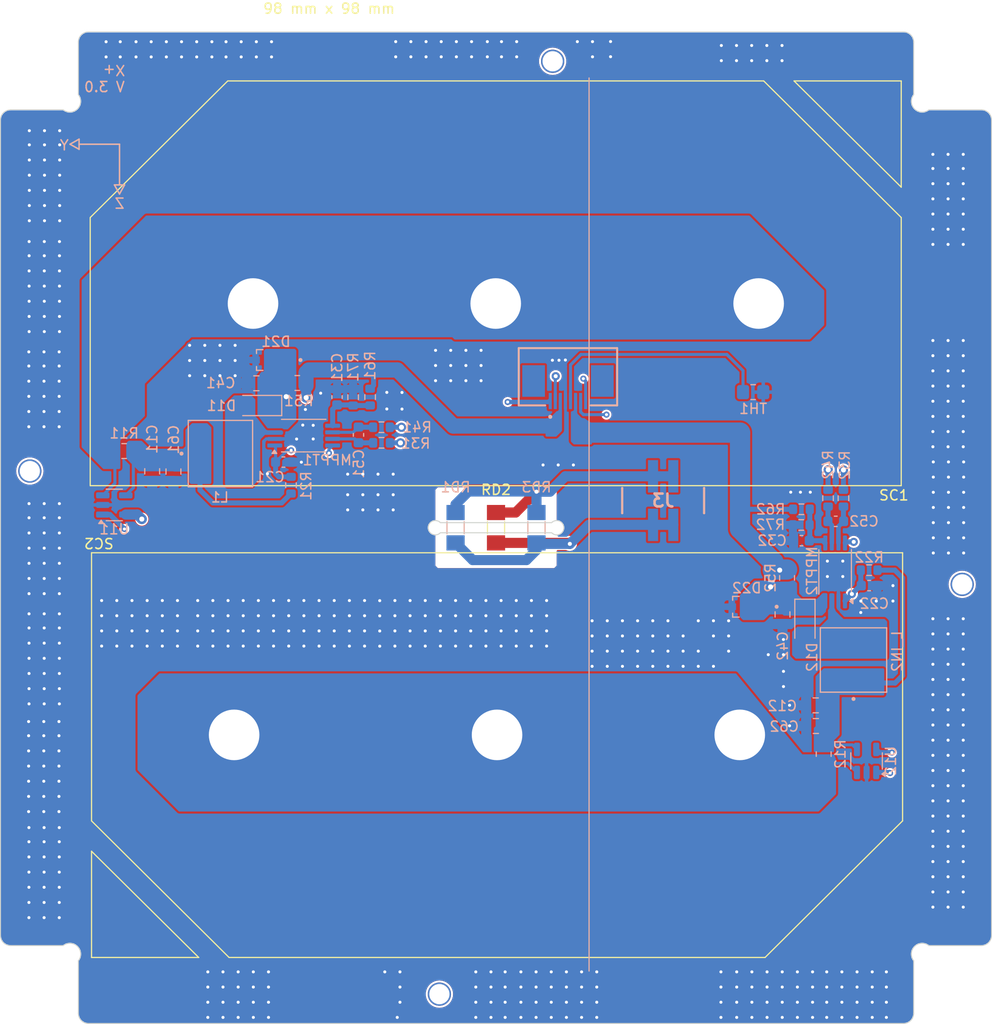
<source format=kicad_pcb>
(kicad_pcb (version 20240108) (generator "pcbnew") (generator_version "8.0")
  (layers (0 "F.Cu" signal) (1 "In1.Cu" signal) (2 "In2.Cu" signal) (31 "B.Cu" signal) (34 "B.Paste" user) (35 "F.Paste" user) (36 "B.SilkS" user "B.Silkscreen") (37 "F.SilkS" user "F.Silkscreen") (38 "B.Mask" user) (39 "F.Mask" user) (44 "Edge.Cuts" user))
  (net 0 "")
  (net 1 "GND")
  (net 2 "/AntennaDeployment/ANT_DEPLOY+")
  (net 3 "Net-(MPPT2-VCTRL)")
  (net 4 "/SC1_V+")
  (net 5 "/SC1_I+")
  (net 6 "/MPPT1")
  (net 7 "Net-(MPPT2-ICTRL_MINUS)")
  (net 8 "/TEMP+")
  (net 9 "/MPPT2")
  (net 10 "/SC2_I+")
  (net 11 "/SC2_V+")
  (net 12 "Net-(MPPT2-ICTRL_PLUS)")
  (net 13 "Net-(MPPT2-MPP-SET)")
  (net 14 "/SolarMPPT/MPPT2_OUT")
  (net 15 "/SolarMPPT/CUR2_OUT")
  (net 16 "Net-(D11-A)")
  (net 17 "/AntennaDeployment/ANT_DEPLOY-")
  (net 18 "Net-(MPPT1-VCTRL)")
  (net 19 "Net-(MPPT1-ICTRL_MINUS)")
  (net 20 "Net-(MPPT1-ICTRL_PLUS)")
  (net 21 "/SolarMPPT/MPPT1_OUT")
  (net 22 "Net-(MPPT1-MPP-SET)")
  (net 23 "/SolarMPPT/CUR1_OUT")
  (net 24 "Net-(D12-A)")
  (footprint "" (layer "F.Cu") (at 160.86 87.56 90)
    (property "Reference" "")
    (property "Value" "")
  )
  (footprint "" (layer "F.Cu") (at 112.74 82.61)
    (property "Reference" "")
    (property "Value" "")
  )
  (footprint "STS_solder:3G30A_40x80_Z_SC2" (layer "F.Cu") (at 125.1016 111.9774 180)
    (property "Reference" "SC2")
    (property "Value" "Solar_Cell")
  )
  (footprint "STS_solder:3G30A_40x80_Z_SC1" (layer "F.Cu") (at 124.9698 65.343)
    (property "Reference" "SC1")
    (property "Value" "Solar_Cell")
  )
  (footprint "Resistor_SMD:R_MiniMELF_MMA-0204" (layer "F.Cu") (at 125 89.5 -90)
    (property "Reference" "RD2")
    (property "Value" "22R" (hide yes))
  )
  (footprint "STS_Sidepanels_Outline:OUTLINE_SidepanelX+" (layer "F.Cu") (at 125 89.5)
    (property "Reference" "Outline1" (hide yes))
    (property "Value" "OUTLINE_Sidepanel")
    (fp_line (start -49 -40.3) (end -49 40.3) (stroke (width 0.1)) (layer "Edge.Cuts"))
    (fp_line (start -48 -41.3) (end -42.8 -41.3) (stroke (width 0.1)) (layer "Edge.Cuts"))
    (fp_line (start -42.8 41.3) (end -48 41.3) (stroke (width 0.1)) (layer "Edge.Cuts"))
    (fp_line (start -41.3 -42.8) (end -41.3 -48) (stroke (width 0.1)) (layer "Edge.Cuts"))
    (fp_line (start -41.3 48) (end -41.3 42.8) (stroke (width 0.1)) (layer "Edge.Cuts"))
    (fp_line (start -40.3 -49) (end 40.3 -49) (stroke (width 0.1)) (layer "Edge.Cuts"))
    (fp_line (start -40.3 49) (end 40.3 49) (stroke (width 0.1)) (layer "Edge.Cuts"))
    (fp_line (start 41.3 -48) (end 41.3 -42.8) (stroke (width 0.1)) (layer "Edge.Cuts"))
    (fp_line (start 41.3 42.8) (end 41.3 48) (stroke (width 0.1)) (layer "Edge.Cuts"))
    (fp_line (start 42.8 -41.3) (end 48 -41.3) (stroke (width 0.1)) (layer "Edge.Cuts"))
    (fp_line (start 48 41.3) (end 42.8 41.3) (stroke (width 0.1)) (layer "Edge.Cuts"))
    (fp_line (start 49 -40.3) (end 49 40.3) (stroke (width 0.1)) (layer "Edge.Cuts"))
    (fp_arc (start -49 -40.3) (mid -48.706053 -41.006053) (end -48 -41.3) (stroke (width 0.1)) (layer "Edge.Cuts"))
    (fp_arc (start -48 41.3) (mid -48.706059 41.006059) (end -49 40.3) (stroke (width 0.1)) (layer "Edge.Cuts"))
    (fp_arc (start -42.8 41.3) (mid -41.384618 41.384618) (end -41.3 42.8) (stroke (width 0.1)) (layer "Edge.Cuts"))
    (fp_arc (start -41.3 -48) (mid -41.008163 -48.708163) (end -40.3 -49) (stroke (width 0.1)) (layer "Edge.Cuts"))
    (fp_arc (start -41.3 -42.8) (mid -41.384619 -41.384619) (end -42.8 -41.3) (stroke (width 0.1)) (layer "Edge.Cuts"))
    (fp_arc (start -40.3 49) (mid -41.006059 48.706059) (end -41.3 48) (stroke (width 0.1)) (layer "Edge.Cuts"))
    (fp_arc (start 40.3 -49) (mid 41.006057 -48.706057) (end 41.3 -48) (stroke (width 0.1)) (layer "Edge.Cuts"))
    (fp_arc (start 41.3 42.8) (mid 41.384619 41.384619) (end 42.8 41.3) (stroke (width 0.1)) (layer "Edge.Cuts"))
    (fp_arc (start 41.3 48) (mid 41.006057 48.706057) (end 40.3 49) (stroke (width 0.1)) (layer "Edge.Cuts"))
    (fp_arc (start 42.8 -41.3) (mid 41.384619 -41.384619) (end 41.3 -42.8) (stroke (width 0.1)) (layer "Edge.Cuts"))
    (fp_arc (start 48 -41.3) (mid 48.706057 -41.006057) (end 49 -40.3) (stroke (width 0.1)) (layer "Edge.Cuts"))
    (fp_arc (start 49 40.3) (mid 48.706057 41.006057) (end 48 41.3) (stroke (width 0.1)) (layer "Edge.Cuts"))
  )
  (footprint "Capacitor_SMD:C_0805_2012Metric" (layer "B.Cu") (at 101.3 75.225 180)
    (property "Reference" "C41")
    (property "Value" "22u")
  )
  (footprint "Resistor_SMD:R_0805_2012Metric_Pad1.20x1.40mm_HandSolder" (layer "B.Cu") (at 150.425 76.1)
    (property "Reference" "TH1")
    (property "Value" "Thermistor_NTC" (hide yes))
  )
  (footprint "STS_Connector:M808280442" (layer "B.Cu") (at 141.526 86.82)
    (property "Reference" "J3")
    (property "Value" "Conn_02x02_Odd_Even" (hide yes))
  )
  (footprint "Resistor_SMD:R_MiniMELF_MMA-0204" (layer "B.Cu") (at 121 89.5 -90)
    (property "Reference" "RD1")
    (property "Value" "22R" (hide yes))
  )
  (footprint "Capacitor_SMD:C_0805_2012Metric" (layer "B.Cu") (at 93.1 83.95 -90)
    (property "Reference" "C61")
    (property "Value" "1uF")
  )
  (footprint "STS_semiconductor:DIO_SMM4F5.0A-TR" (layer "B.Cu") (at 102.865 72.925 180)
    (property "Reference" "D21")
    (property "Value" "SMM4F5.0" (hide yes))
  )
  (footprint "Package_SO:TSSOP-8_4.4x3mm_P0.65mm" (layer "B.Cu") (at 158.533 93.8715 90)
    (property "Reference" "MPPT2")
    (property "Value" "SPV1040TTR" (hide yes))
  )
  (footprint "Resistor_SMD:R_0603_1608Metric" (layer "B.Cu") (at 161.896 93.6965)
    (property "Reference" "R22")
    (property "Value" "1k")
  )
  (footprint "Diode_SMD:D_SOD-123F" (layer "B.Cu") (at 155.546 98.7765 -90)
    (property "Reference" "D12")
    (property "Value" "PMEG2020EH" (hide yes))
  )
  (footprint "Resistor_SMD:R_0603_1608Metric" (layer "B.Cu") (at 112.55 76.59 90)
    (property "Reference" "R61")
    (property "Value" "3k")
  )
  (footprint "Resistor_SMD:R_0805_2012Metric" (layer "B.Cu") (at 157.4 111.875 90)
    (property "Reference" "R12")
    (property "Value" "10m")
  )
  (footprint "Package_TO_SOT_SMD:SOT-23-5" (layer "B.Cu") (at 161.642 112.55 90)
    (property "Reference" "U12")
    (property "Value" "INA180A4" (hide yes))
  )
  (footprint "STS_semiconductor:DIO_SMM4F5.0A-TR" (layer "B.Cu") (at 149.95 97.31 180)
    (property "Reference" "D22")
    (property "Value" "SMM4F5.0" (hide yes))
  )
  (footprint "Resistor_SMD:R_0603_1608Metric" (layer "B.Cu") (at 157.832 86.5845 -90)
    (property "Reference" "R42")
    (property "Value" "1k")
  )
  (footprint "Resistor_SMD:R_0805_2012Metric" (layer "B.Cu") (at 153.781 94.4585 -90)
    (property "Reference" "R52")
    (property "Value" "220m" (hide yes))
  )
  (footprint "Capacitor_SMD:C_0603_1608Metric" (layer "B.Cu") (at 109.28 76.59 90)
    (property "Reference" "C31")
    (property "Value" "1n" (hide yes))
  )
  (footprint "Resistor_SMD:R_0603_1608Metric" (layer "B.Cu") (at 104.725 85.3 -90)
    (property "Reference" "R21")
    (property "Value" "1k" (hide yes))
  )
  (footprint "Capacitor_SMD:C_0603_1608Metric" (layer "B.Cu") (at 155.2 90.78 180)
    (property "Reference" "C32")
    (property "Value" "1n" (hide yes))
  )
  (footprint "Capacitor_SMD:C_0805_2012Metric" (layer "B.Cu") (at 91 83.925 -90)
    (property "Reference" "C11")
    (property "Value" "22u")
  )
  (footprint "Capacitor_SMD:C_0603_1608Metric" (layer "B.Cu") (at 158.594 88.8705)
    (property "Reference" "C52")
    (property "Value" "1u")
  )
  (footprint "Resistor_SMD:R_0603_1608Metric" (layer "B.Cu") (at 155.2 87.68 180)
    (property "Reference" "R62")
    (property "Value" "3k")
  )
  (footprint "Resistor_SMD:R_0603_1608Metric" (layer "B.Cu") (at 159.356 86.5845 -90)
    (property "Reference" "R32")
    (property "Value" "1k" (hide yes))
  )
  (footprint "Resistor_SMD:R_0603_1608Metric" (layer "B.Cu") (at 155.18 89.23)
    (property "Reference" "R72")
    (property "Value" "1k")
  )
  (footprint "Resistor_SMD:R_MiniMELF_MMA-0204" (layer "B.Cu") (at 129 89.5 -90)
    (property "Reference" "RD3")
    (property "Value" "22R" (hide yes))
  )
  (footprint "Package_SO:TSSOP-8_4.4x3mm_P0.65mm" (layer "B.Cu") (at 105.9814 80.398)
    (property "Reference" "MPPT1")
    (property "Value" "SPV1040TTR" (hide yes))
  )
  (footprint "STS_connector:SAMTEC_ZF5S-08-01-T-WT" (layer "B.Cu") (at 132.112 75)
    (property "Reference" "J1" (hide yes))
    (property "Value" "Conn_01x10" (hide yes))
  )
  (footprint "Capacitor_SMD:C_0805_2012Metric" (layer "B.Cu") (at 156.625 109.1 180)
    (property "Reference" "C62")
    (property "Value" "1uF")
  )
  (footprint "Resistor_SMD:R_0805_2012Metric" (layer "B.Cu") (at 105.35 75.2 180)
    (property "Reference" "R51")
    (property "Value" "220m" (hide yes))
  )
  (footprint "Capacitor_SMD:C_0603_1608Metric" (layer "B.Cu") (at 161.896 95.2205 180)
    (property "Reference" "C22")
    (property "Value" "1n")
  )
  (footprint "Package_TO_SOT_SMD:SOT-23-5" (layer "B.Cu") (at 87.25 87.25)
    (property "Reference" "U11")
    (property "Value" "INA180A4" (hide yes))
  )
  (footprint "STS_Inductor_SMD:IND_XAL6060-103MEC" (layer "B.Cu") (at 160.35 102.575 90)
    (property "Reference" "L_IN2")
    (property "Value" "10u" (hide yes))
  )
  (footprint "Capacitor_SMD:C_0603_1608Metric" (layer "B.Cu") (at 103.9748 83.0142 180)
    (property "Reference" "C21")
    (property "Value" "1n" (hide yes))
  )
  (footprint "STS_Inductor_SMD:IND_XAL6060-103MEC" (layer "B.Cu") (at 97.7475 82.175)
    (property "Reference" "L1")
    (property "Value" "10u" (hide yes))
  )
  (footprint "Capacitor_SMD:C_0805_2012Metric" (layer "B.Cu") (at 156.61 107.06 180)
    (property "Reference" "C12")
    (property "Value" "22u")
  )
  (footprint "Resistor_SMD:R_0805_2012Metric" (layer "B.Cu") (at 88.225 81.925)
    (property "Reference" "R11")
    (property "Value" "10m" (hide yes))
  )
  (footprint "Capacitor_SMD:C_0805_2012Metric" (layer "B.Cu") (at 153.33 98.07 -90)
    (property "Reference" "C42")
    (property "Value" "22u")
  )
  (footprint "Capacitor_SMD:C_0603_1608Metric" (layer "B.Cu") (at 111.4 80.325 -90)
    (property "Reference" "C51")
    (property "Value" "1u" (hide yes))
  )
  (footprint "Diode_SMD:D_SOD-123F" (layer "B.Cu") (at 101.6 77.425 180)
    (property "Reference" "D11")
    (property "Value" "PMEG2020EH" (hide yes))
  )
  (footprint "Resistor_SMD:R_0603_1608Metric" (layer "B.Cu") (at 113.67 79.57 180)
    (property "Reference" "R41")
    (property "Value" "1k" (hide yes))
  )
  (footprint "Resistor_SMD:R_0603_1608Metric" (layer "B.Cu") (at 110.87 76.6 -90)
    (property "Reference" "R71")
    (property "Value" "1k")
  )
  (footprint "Resistor_SMD:R_0603_1608Metric" (layer "B.Cu") (at 113.675 81.11 180)
    (property "Reference" "R31")
    (property "Value" "1k" (hide yes))
  )
  (gr_line (start 88.2657 55.62) (end 87.7658 56.5176) (stroke (width 0.15)) (layer "B.SilkS"))
  (gr_line (start 83.7698 51.5982) (end 83.7698 51.0982) (stroke (width 0.15)) (layer "B.SilkS"))
  (gr_line (start 83.7698 52.0982) (end 82.8722 51.5983) (stroke (width 0.15)) (layer "B.SilkS"))
  (gr_line (start 87.2657 55.62) (end 87.7658 56.5176) (stroke (width 0.15)) (layer "B.SilkS"))
  (gr_line (start 83.7698 51.0982) (end 82.8722 51.5983) (stroke (width 0.15)) (layer "B.SilkS"))
  (gr_line (start 88.2657 55.62) (end 87.7657 55.62) (stroke (width 0.15)) (layer "B.SilkS"))
  (gr_line (start 87.7657 55.62) (end 87.2657 55.62) (stroke (width 0.15)) (layer "B.SilkS"))
  (gr_line (start 87.7698 51.5982) (end 87.7698 55.5982) (stroke (width 0.15)) (layer "B.SilkS"))
  (gr_line (start 87.7698 51.5982) (end 83.7698 51.5982) (stroke (width 0.15)) (layer "B.SilkS"))
  (gr_line (start 83.7698 52.0982) (end 83.7698 51.5982) (stroke (width 0.15)) (layer "B.SilkS"))
  (gr_line (start 130.5 89) (end 119.5 89) (stroke (width 0.1)) (layer "Edge.Cuts"))
  (gr_line (start 119.5 90) (end 130.5 90) (stroke (width 0.1)) (layer "Edge.Cuts"))
  (gr_arc (start 130.5 89) (mid 131.707107 89.5) (end 130.5 90) (stroke (width 0.1)) (layer "Edge.Cuts"))
  (gr_arc (start 119.5 90) (mid 118.292893 89.5) (end 119.5 89) (stroke (width 0.1)) (layer "Edge.Cuts"))
  (gr_text "Y" (at 82.8382 52.2842 0) (layer "B.SilkS") (effects (font (size 1 1)) (justify left bottom mirror)))
  (gr_text "Z" (at 88.35 58.05 0) (layer "B.SilkS") (effects (font (size 1 1)) (justify left bottom mirror)))
  (gr_text "X+\n" (at 87.225 44.275 180) (layer "B.SilkS") (effects (font (size 1 1))))
  (gr_text "V 3.0" (at 88.375 46.525 0) (layer "B.SilkS") (effects (font (size 1 1)) (justify left bottom mirror)))
  (gr_text "98 mm x 98 mm" (at 108.49 38.192 0) (layer "F.SilkS") (effects (font (size 1 1))))
  (segment (start 109.2494 42.959) (end 109.0604 43.148) (width 0.5) (layer "F.Cu") (net 1))
  (segment (start 109 134.5) (end 109 134.086477) (width 1) (layer "F.Cu") (net 1))
  (segment (start 108.8714 42.959) (end 109.0604 43.148) (width 0.5) (layer "F.Cu") (net 1))
  (via (at 128.96 136.4) (size 0.6) (drill 0.3) (layers "F.Cu" "B.Cu") (net 1))
  (via (at 109 99.7) (size 0.6) (drill 0.3) (layers "F.Cu" "B.Cu") (net 1))
  (via (at 92 101.2) (size 0.6) (drill 0.3) (layers "F.Cu" "B.Cu") (net 1))
  (via (at 168.2 75.5) (size 0.6) (drill 0.3) (layers "F.Cu" "B.Cu") (net 1))
  (via (at 99.8 41.47) (size 0.6) (drill 0.3) (layers "F.Cu" "B.Cu") (net 1))
  (via (at 78.82 106.91) (size 0.6) (drill 0.3) (layers "F.Cu" "B.Cu") (net 1))
  (via (at 101.3 42.97) (size 0.6) (drill 0.3) (layers "F.Cu" "B.Cu") (net 1))
  (via (at 78.78 113.06) (size 0.6) (drill 0.3) (layers "F.Cu" "B.Cu") (net 1))
  (via (at 127.46 134.9) (size 0.6) (drill 0.3) (layers "F.Cu" "B.Cu") (net 1))
  (via (at 78.8 73.52) (size 0.6) (drill 0.3) (layers "F.Cu" "B.Cu") (net 1))
  (via (at 110.5 99.7) (size 0.6) (drill 0.3) (layers "F.Cu" "B.Cu") (net 1))
  (via (at 78.82 103.91) (size 0.6) (drill 0.3) (layers "F.Cu" "B.Cu") (net 1))
  (via (at 128.5 101.2) (size 0.6) (drill 0.3) (layers "F.Cu" "B.Cu") (net 1))
  (via (at 81.78 117.56) (size 0.6) (drill 0.3) (layers "F.Cu" "B.Cu") (net 1))
  (via (at 148.8 137.9) (size 0.6) (drill 0.3) (layers "F.Cu" "B.Cu") (net 1))
  (via (at 168.2 57) (size 0.6) (drill 0.3) (layers "F.Cu" "B.Cu") (net 1))
  (via (at 101 137.9) (size 0.6) (drill 0.3) (layers "F.Cu" "B.Cu") (net 1))
  (via (at 171.24 92) (size 0.6) (drill 0.3) (layers "F.Cu" "B.Cu") (net 1))
  (via (at 168.2 77) (size 0.6) (drill 0.3) (layers "F.Cu" "B.Cu") (net 1))
  (via (at 104.5 96.7) (size 0.6) (drill 0.3) (layers "F.Cu" "B.Cu") (net 1))
  (via (at 80.32 106.91) (size 0.6) (drill 0.3) (layers "F.Cu" "B.Cu") (net 1))
  (via (at 134.96 134.9) (size 0.6) (drill 0.3) (layers "F.Cu" "B.Cu") (net 1))
  (via (at 103 101.2) (size 0.6) (drill 0.3) (layers "F.Cu" "B.Cu") (net 1))
  (via (at 171.2 55.5) (size 0.6) (drill 0.3) (layers "F.Cu" "B.Cu") (net 1))
  (via (at 134.54 41.46) (size 0.6) (drill 0.3) (layers "F.Cu" "B.Cu") (net 1))
  (via (at 113.5 101.21) (size 0.6) (drill 0.3) (layers "F.Cu" "B.Cu") (net 1))
  (via (at 124 98.2) (size 0.6) (drill 0.3) (layers "F.Cu" "B.Cu") (net 1))
  (via (at 78.81 119.14) (size 0.6) (drill 0.3) (layers "F.Cu" "B.Cu") (net 1))
  (via (at 130.46 136.4) (size 0.6) (drill 0.3) (layers "F.Cu" "B.Cu") (net 1))
  (via (at 171.2 71) (size 0.6) (drill 0.3) (layers "F.Cu" "B.Cu") (net 1))
  (via (at 104.5 99.7) (size 0.6) (drill 0.3) (layers "F.Cu" "B.Cu") (net 1))
  (via (at 87.84 42.97) (size 0.6) (drill 0.3) (layers "F.Cu" "B.Cu") (net 1))
  (via (at 125.9 136.4) (size 0.6) (drill 0.3) (layers "F.Cu" "B.Cu") (net 1))
  (via (at 155.1 85.99) (size 0.6) (drill 0.3) (layers "F.Cu" "B.Cu") (net 1))
  (via (at 110.33 86.24) (size 0.6) (drill 0.3) (layers "F.Cu" "B.Cu") (net 1))
  (via (at 115 99.7) (size 0.6) (drill 0.3) (layers "F.Cu" "B.Cu") (net 1))
  (via (at 92 99.7) (size 0.6) (drill 0.3) (layers "F.Cu" "B.Cu") (net 1))
  (via (at 133.04 41.46) (size 0.6) (drill 0.3) (layers "F.Cu" "B.Cu") (net 1))
  (via (at 102.5 133.4) (size 0.6) (drill 0.3) (layers "F.Cu" "B.Cu") (net 1))
  (via (at 119.02 73.47) (size 0.6) (drill 0.3) (layers "F.Cu" "B.Cu") (net 1))
  (via (at 157.766 92.802) (size 0.6) (drill 0.3) (layers "F.Cu" "B.Cu") (net 1))
  (via (at 94.7 71.475) (size 0.6) (drill 0.3) (layers "F.Cu" "B.Cu") (net 1))
  (via (at 122.5 96.7) (size 0.6) (drill 0.3) (layers "F.Cu" "B.Cu") (net 1))
  (via (at 151.8 137.9) (size 0.6) (drill 0.3) (layers "F.Cu" "B.Cu") (net 1))
  (via (at 93.9 41.47) (size 0.6) (drill 0.3) (layers "F.Cu" "B.Cu") (net 1))
  (via (at 151.78 41.84) (size 0.6) (drill 0.3) (layers "F.Cu" "B.Cu") (net 1))
  (via (at 121.08 41.46) (size 0.6) (drill 0.3) (layers "F.Cu" "B.Cu") (net 1))
  (via (at 93.5 96.7) (size 0.6) (drill 0.3) (layers "F.Cu" "B.Cu") (net 1))
  (via (at 133.46 133.4) (size 0.6) (drill 0.3) (layers "F.Cu" "B.Cu") (net 1))
  (via (at 169.7 75.5) (size 0.6) (drill 0.3) (layers "F.Cu" "B.Cu") (net 1))
  (via (at 78.82 99.41) (size 0.6) (drill 0.3) (layers "F.Cu" "B.Cu") (net 1))
  (via (at 120.52 74.97) (size 0.6) (drill 0.3) (layers "F.Cu" "B.Cu") (net 1))
  (via (at 81.83 62.62) (size 0.6) (drill 0.3) (layers "F.Cu" "B.Cu") (net 1))
  (via (at 168.2 121) (size 0.6) (drill 0.3) (layers "F.Cu" "B.Cu") (net 1))
  (via (at 147.28 41.84) (size 0.6) (drill 0.3) (layers "F.Cu" "B.Cu") (net 1))
  (via (at 105.28 80.735) (size 0.6) (drill 0.3) (layers "F.Cu" "B.Cu") (net 1))
  (via (at 109 101.2) (size 0.6) (drill 0.3) (layers "F.Cu" "B.Cu") (net 1))
  (via (at 171.2 98.5) (size 0.6) (drill 0.3) (layers "F.Cu" "B.Cu") (net 1))
  (via (at 168.2 104.5) (size 0.6) (drill 0.3) (layers "F.Cu" "B.Cu") (net 1))
  (via (at 112 99.7) (size 0.6) (drill 0.3) (layers "F.Cu" "B.Cu") (net 1))
  (via (at 136.325 42.95) (size 0.6) (drill 0.3) (layers "F.Cu" "B.Cu") (net 1))
  (via (at 80.35 56.16) (size 0.6) (drill 0.3) (layers "F.Cu" "B.Cu") (net 1))
  (via (at 81.82 105.41) (size 0.6) (drill 0.3) (layers "F.Cu" "B.Cu") (net 1))
  (via (at 99.2 72.975) (size 0.6) (drill 0.3) (layers "F.Cu" "B.Cu") (net 1))
  (via (at 151.92 102.05) (size 0.6) (drill 0.3) (layers "F.Cu" "B.Cu") (net 1))
  (via (at 104.5 101.2) (size 0.6) (drill 0.3) (layers "F.Cu" "B.Cu") (net 1))
  (via (at 97 99.7) (size 0.6) (drill 0.3) (layers "F.Cu" "B.Cu") (net 1))
  (via (at 119.5 98.2) (size 0.6) (drill 0.3) (layers "F.Cu" "B.Cu") (net 1))
  (via (at 124.5 134.9) (size 0.6) (drill 0.3) (layers "F.Cu" "B.Cu") (net 1))
  (via (at 169.7 58.5) (size 0.6) (drill 0.3) (layers "F.Cu" "B.Cu") (net 1))
  (via (at 78.83 68.62) (size 0.6) (drill 0.3) (layers "F.Cu" "B.Cu") (net 1))
  (via (at 168.2 61.5) (size 0.6) (drill 0.3) (layers "F.Cu" "B.Cu") (net 1))
  (via (at 148 98.7) (size 0.6) (drill 0.3) (layers "F.Cu" "B.Cu") (net 1))
  (via (at 151.78 43.34) (size 0.6) (drill 0.3) (layers "F.Cu" "B.Cu") (net 1))
  (via (at 89.4 41.47) (size 0.6) (drill 0.3) (layers "F.Cu" "B.Cu") (net 1))
  (via (at 78.85 54.66) (size 0.6) (drill 0.3) (layers "F.Cu" "B.Cu") (net 1))
  (via (at 130.46 137.9) (size 0.6) (drill 0.3) (layers "F.Cu" "B.Cu") (net 1))
  (via (at 136 103.2) (size 0.6) (drill 0.3) (layers "F.Cu" "B.Cu") (net 1))
  (via (at 81.82 100.91) (size 0.6) (drill 0.3) (layers "F.Cu" "B.Cu") (net 1))
  (via (at 168.2 124) (size 0.6) (drill 0.3) (layers "F.Cu" "B.Cu") (net 1))
  (via (at 81.83 67.12) (size 0.6) (drill 0.3) (layers "F.Cu" "B.Cu") (net 1))
  (via (at 90.9 41.47) (size 0.6) (drill 0.3) (layers "F.Cu" "B.Cu") (net 1))
  (via (at 127.04 41.46) (size 0.6) (drill 0.3) (layers "F.Cu" "B.Cu") (net 1))
  (via (at 115 98.2) (size 0.6) (drill 0.3) (layers "F.Cu" "B.Cu") (net 1))
  (via (at 162.6 96.75) (size 0.6) (drill 0.3) (layers "F.Cu" "B.Cu") (net 1))
  (via (at 122.02 74.97) (size 0.6) (drill 0.3) (layers "F.Cu" "B.Cu") (net 1))
  (via (at 90.9 42.97) (size 0.6) (drill 0.3) (layers "F.Cu" "B.Cu") (net 1))
  (via (at 80.35 59.16) (size 0.6) (drill 0.3) (layers "F.Cu" "B.Cu") (net 1))
  (via (at 134.96 137.9) (size 0.6) (drill 0.3) (layers "F.Cu" "B.Cu") (net 1))
  (via (at 130.46 133.4) (size 0.6) (drill 0.3) (layers "F.Cu" "B.Cu") (net 1))
  (via (at 80.28 111.56) (size 0.6) (drill 0.3) (layers "F.Cu" "B.Cu") (net 1))
  (via (at 99.2 74.475) (size 0.6) (drill 0.3) (layers "F.Cu" "B.Cu") (net 1))
  (via (at 81.83 65.62) (size 0.6) (drill 0.3) (layers "F.Cu" "B.Cu") (net 1))
  (via (at 169.7 113.5) (size 0.6) (drill 0.3) (layers "F.Cu" "B.Cu") (net 1))
  (via (at 168.2 125.5) (size 0.6) (drill 0.3) (layers "F.Cu" "B.Cu") (net 1))
  (via (at 168.24 90.5) (size 0.6) (drill 0.3) (layers "F.Cu" "B.Cu") (net 1))
  (via (at 97 101.2) (size 0.6) (drill 0.3) (layers "F.Cu" "B.Cu") (net 1))
  (via (at 107.5 99.7) (size 0.6) (drill 0.3) (layers "F.Cu" "B.Cu") (net 1))
  (via (at 139 98.7) (size 0.6) (drill 0.3) (layers "F.Cu" "B.Cu") (net 1))
  (via (at 171.2 113.5) (size 0.6) (drill 0.3) (layers "F.Cu" "B.Cu") (net 1))
  (via (at 100 98.2) (size 0.6) (drill 0.3) (layers "F.Cu" "B.Cu") (net 1))
  (via (at 81.82 93.02) (size 0.6) (drill 0.3) (layers "F.Cu" "B.Cu") (net 1))
  (via (at 81.78 116.06) (size 0.6) (drill 0.3) (layers "F.Cu" "B.Cu") (net 1))
  (via (at 78.82 87.12) (size 0.6) (drill 0.3) (layers "F.Cu" "B.Cu") (net 1))
  (via (at 123 133.4) (size 0.6) (drill 0.3) (layers "F.Cu" "B.Cu") (net 1))
  (via (at 86.44 41.47) (size 0.6) (drill 0.3) (layers "F.Cu" "B.Cu") (net 1))
  (via (at 119.5 99.7) (size 0.6) (drill 0.3) (layers "F.Cu" "B.Cu") (net 1))
  (via (at 147.24 136.4) (size 0.6) (drill 0.3) (layers "F.Cu" "B.Cu") (net 1))
  (via (at 80.33 61.22) (size 0.6) (drill 0.3) (layers "F.Cu" "B.Cu") (net 1))
  (via (at 87.5 96.7) (size 0.6) (drill 0.3) (layers "F.Cu" "B.Cu") (net 1))
  (via (at 98 136.4) (size 0.6) (drill 0.3) (layers "F.Cu" "B.Cu") (net 1))
  (via (at 131.225 72.95) (size 0.6) (drill 0.3) (layers "F.Cu" "B.Cu") (net 1))
  (via (at 169.7 125.5) (size 0.6) (drill 0.3) (layers "F.Cu" "B.Cu") (net 1))
  (via (at 143.5 103.2) (size 0.6) (drill 0.3) (layers "F.Cu" "B.Cu") (net 1))
  (via (at 121 98.2) (size 0.6) (drill 0.3) (layers "F.Cu" "B.Cu") (net 1))
  (via (at 81.83 70.12) (size 0.6) (drill 0.3) (layers "F.Cu" "B.Cu") (net 1))
  (via (at 139 101.7) (size 0.6) (drill 0.3) (layers "F.Cu" "B.Cu") (net 1))
  (via (at 150.3 133.4) (size 0.6) (drill 0.3) (layers "F.Cu" "B.Cu") (net 1))
  (via (at 106 96.7) (size 0.6) (drill 0.3) (layers "F.Cu" "B.Cu") (net 1))
  (via (at 169.7 119.5) (size 0.6) (drill 0.3) (layers "F.Cu" "B.Cu") (net 1))
  (via (at 78.8 79.52) (size 0.6) (drill 0.3) (layers "F.Cu" "B.Cu") (net 1))
  (via (at 171.2 101.5) (size 0.6) (drill 0.3) (layers "F.Cu" "B.Cu") (net 1))
  (via (at 119.58 41.46) (size 0.6) (drill 0.3) (layers "F.Cu" "B.Cu") (net 1))
  (via (at 78.85 53.16) (size 0.6) (drill 0.3) (layers "F.Cu" "B.Cu") (net 1))
  (via (at 109 96.7) (size 0.6) (drill 0.3) (layers "F.Cu" "B.Cu") (net 1))
  (via (at 124.5 137.9) (size 0.6) (drill 0.3) (layers "F.Cu" "B.Cu") (net 1))
  (via (at 133.46 136.4) (size 0.6) (drill 0.3) (layers "F.Cu" "B.Cu") (net 1))
  (via (at 111.83 87.74) (size 0.6) (drill 0.3) (layers "F.Cu" "B.Cu") (net 1))
  (via (at 81.78 110.06) (size 0.6) (drill 0.3) (layers "F.Cu" "B.Cu") (net 1))
  (via (at 93.9 42.97) (size 0.6) (drill 0.3) (layers "F.Cu" "B.Cu") (net 1))
  (via (at 169.7 100) (size 0.6) (drill 0.3) (layers "F.Cu" "B.Cu") (net 1))
  (via (at 80.28 117.56) (size 0.6) (drill 0.3) (layers "F.Cu" "B.Cu") (net 1))
  (via (at 81.78 108.66) (size 0.6) (drill 0.3) (layers "F.Cu" "B.Cu") (net 1))
  (via (at 154.025 107.05) (size 0.6) (drill 0.3) (layers "F.Cu" "B.Cu") (net 1))
  (via (at 115.08 42.96) (size 0.6) (drill 0.3) (layers "F.Cu" "B.Cu") (net 1))
  (via (at 112 96.7) (size 0.6) (drill 0.3) (layers "F.Cu" "B.Cu") (net 1))
  (via (at 78.81 125.04) (size 0.6) (drill 0.3) (layers "F.Cu" "B.Cu") (net 1))
  (via (at 145 103.2) (size 0.6) (drill 0.3) (layers "F.Cu" "B.Cu") (net 1))
  (via (at 171.2 81.5) (size 0.6) (drill 0.3) (layers "F.Cu" "B.Cu") (net 1))
  (via (at 150.3 136.4) (size 0.6) (drill 0.3) (layers "F.Cu" "B.Cu") (net 1))
  (via (at 131.96 137.9) (size 0.6) (drill 0.3) (layers "F.Cu" "B.Cu") (net 1))
  (via (at 168.2 80) (size 0.6) (drill 0.3) (layers "F.Cu" "B.Cu") (net 1))
  (via (at 89 99.7) (size 0.6) (drill 0.3) (layers "F.Cu" "B.Cu") (net 1))
  (via (at 148 100.2) (size 0.6) (drill 0.3) (layers "F.Cu" "B.Cu") (net 1))
  (via (at 110.5 96.7) (size 0.6) (drill 0.3) (layers "F.Cu" "B.Cu") (net 1))
  (via (at 171.24 86) (size 0.6) (drill 0.3) (layers "F.Cu" "B.Cu") (net 1))
  (via (at 151.8 134.9) (size 0.6) (drill 0.3) (layers "F.Cu" "B.Cu") (net 1))
  (via (at 169.7 81.5) (size 0.6) (drill 0.3) (layers "F.Cu" "B.Cu") (net 1))
  (via (at 159.2 137.9) (size 0.6) (drill 0.3) (layers "F.Cu" "B.Cu") (net 1))
  (via (at 81.81 128.04) (size 0.6) (drill 0.3) (layers "F.Cu" "B.Cu") (net 1))
  (via (at 118.08 41.46) (size 0.6) (drill 0.3) (layers "F.Cu" "B.Cu") (net 1))
  (via (at 142 103.2) (size 0.6) (drill 0.3) (layers "F.Cu" "B.Cu") (net 1))
  (via (at 164.25 96.75) (size 0.6) (drill 0.3) (layers "F.Cu" "B.Cu") (net 1))
  (via (at 159.2 134.9) (size 0.6) (drill 0.3) (layers "F.Cu" "B.Cu") (net 1))
  (via (at 168.2 118) (size 0.6) (drill 0.3) (layers "F.Cu" "B.Cu") (net 1))
  (via (at 169.74 92) (size 0.6) (drill 0.3) (layers "F.Cu" "B.Cu") (net 1))
  (via (at 153.42 100.55) (size 0.6) (drill 0.3) (layers "F.Cu" "B.Cu") (net 1))
  (via (at 171.2 124) (size 0.6) (drill 0.3) (layers "F.Cu" "B.Cu") (net 1))
  (via (at 98 133.4) (size 0.6) (drill 0.3) (layers "F.Cu" "B.Cu") (net 1))
  (via (at 96.2 72.975) (size 0.6) (drill 0.3) (layers "F.Cu" "B.Cu") (net 1))
  (via (at 92.4 41.47) (size 0.6) (drill 0.3) (layers "F.Cu" "B.Cu") (net 1))
  (via (at 109 98.2) (size 0.6) (drill 0.3) (layers "F.Cu" "B.Cu") (net 1))
  (via (at 148.8 134.9) (size 0.6) (drill 0.3) (layers "F.Cu" "B.Cu") (net 1))
  (via (at 169.7 124) (size 0.6) (drill 0.3) (layers "F.Cu" "B.Cu") (net 1))
  (via (at 168.2 103) (size 0.6) (drill 0.3) (layers "F.Cu" "B.Cu") (net 1))
  (via (at 95.5 101.2) (size 0.6) (drill 0.3) (layers "F.Cu" "B.Cu") (net 1))
  (via (at 171.2 72.5) (size 0.6) (drill 0.3) (layers "F.Cu" "B.Cu") (net 1))
  (via (at 157.7 137.9) (size 0.6) (drill 0.3) (layers "F.Cu" "B.Cu") (net 1))
  (via (at 130.46 134.9) (size 0.6) (drill 0.3) (layers "F.Cu" "B.Cu") (net 1))
  (via (at 125.5 101.2) (size 0.6) (drill 0.3) (layers "F.Cu" "B.Cu") (net 1))
  (via (at 132.65 83.3) (size 0.6) (drill 0.3) (layers "F.Cu" "B.Cu") (net 1))
  (via (at 81.82 88.52) (size 0.6) (drill 0.3) (layers "F.Cu" "B.Cu") (net 1))
  (via (at 78.85 56.16) (size 0.6) (drill 0.3) (layers "F.Cu" "B.Cu") (net 1))
  (via (at 95.5 98.2) (size 0.6) (drill 0.3) (layers "F.Cu" "B.Cu") (net 1))
  (via (at 80.32 103.91) (size 0.6) (drill 0.3) (layers "F.Cu" "B.Cu") (net 1))
  (via (at 80.33 65.62) (size 0.6) (drill 0.3) (layers "F.Cu" "B.Cu") (net 1))
  (via (at 125.5 96.7) (size 0.6) (drill 0.3) (layers "F.Cu" "B.Cu") (net 1))
  (via (at 103 98.2) (size 0.6) (drill 0.3) (layers "F.Cu" "B.Cu") (net 1))
  (via (at 127 98.2) (size 0.6) (drill 0.3) (layers "F.Cu" "B.Cu") (net 1))
  (via (at 101.5 99.7) (size 0.6) (drill 0.3) (layers "F.Cu" "B.Cu") (net 1))
  (via (at 81.78 114.56) (size 0.6) (drill 0.3) (layers "F.Cu" "B.Cu") (net 1))
  (via (at 133.46 134.9) (size 0.6) (drill 0.3) (layers "F.Cu" "B.Cu") (net 1))
  (via (at 169.7 60) (size 0.6) (drill 0.3) (layers "F.Cu" "B.Cu") (net 1))
  (via (at 98 137.9) (size 0.6) (drill 0.3) (layers "F.Cu" "B.Cu") (net 1))
  (via (at 116.5 98.2) (size 0.6) (drill 0.3) (layers "F.Cu" "B.Cu") (net 1))
  (via (at 150.28 43.34) (size 0.6) (drill 0.3) (layers "F.Cu" "B.Cu") (net 1))
  (via (at 137.5 101.7) (size 0.6) (drill 0.3) (layers "F.Cu" "B.Cu") (net 1))
  (via (at 153.42 102.05) (size 0.6) (drill 0.3) (layers "F.Cu" "B.Cu") (net 1))
  (via (at 78.78 116.06) (size 0.6) (drill 0.3) (layers "F.Cu" "B.Cu") (net 1))
  (via (at 102.8 42.97) (size 0.6) (drill 0.3) (layers "F.Cu" "B.Cu") (net 1))
  (via (at 80.33 68.62) (size 0.6) (drill 0.3) (layers "F.Cu" "B.Cu") (net 1))
  (via (at 111.83 84.21) (size 0.6) (drill 0.3) (layers "F.Cu" "B.Cu") (net 1))
  (via (at 122.58 42.96) (size 0.6) (drill 0.3) (layers "F.Cu" "B.Cu") (net 1))
  (via (at 153.425 103.7) (size 0.6) (drill 0.3) (layers "F.Cu" "B.Cu") (net 1))
  (via (at 143.5 100.2) (size 0.6) (drill 0.3) (layers "F.Cu" "B.Cu") (net 1))
  (via (at 127.04 42.96) (size 0.6) (drill 0.3) (layers "F.Cu" "B.Cu") (net 1))
  (via (at 101 136.4) (size 0.6) (drill 0.3) (layers "F.Cu" "B.Cu") (net 1))
  (via (at 80.32 87.12) (size 0.6) (drill 0.3) (layers "F.Cu" "B.Cu") (net 1))
  (via (at 102.8 41.47) (size 0.6) (drill 0.3) (layers "F.Cu" "B.Cu") (net 1))
  (via (at 119.02 71.97) (size 0.6) (drill 0.3) (layers "F.Cu" "B.Cu") (net 1))
  (via (at 81.8 72.12) (size 0.6) (drill 0.3) (layers "F.Cu" "B.Cu") (net 1))
  (via (at 169.7 118) (size 0.6) (drill 0.3) (layers "F.Cu" "B.Cu") (net 1))
  (via (at 78.82 88.52) (size 0.6) (drill 0.3) (layers "F.Cu" "B.Cu") (net 1))
  (via (at 78.82 98.01) (size 0.6) (drill 0.3) (layers "F.Cu" "B.Cu") (net 1))
  (via (at 159.29 94.326) (size 0.6) (drill 0.3) (layers "F.Cu" "B.Cu") (net 1))
  (via (at 171.2 57) (size 0.6) (drill 0.3) (layers "F.Cu" "B.Cu") (net 1))
  (via (at 118 101.2) (size 0.6) (drill 0.3) (layers "F.Cu" "B.Cu") (net 1))
  (via (at 169.74 90.5) (size 0.6) (drill 0.3) (layers "F.Cu" "B.Cu") (net 1))
  (via (at 114.2 77.765) (size 0.6) (drill 0.3) (layers "F.Cu" "B.Cu") (net 1))
  (via (at 115.08 41.46) (size 0.6) (drill 0.3) (layers "F.Cu" "B.Cu") (net 1))
  (via (at 78.82 100.91) (size 0.6) (drill 0.3) (layers "F.Cu" "B.Cu") (net 1))
  (via (at 169.7 115) (size 0.6) (drill 0.3) (layers "F.Cu" "B.Cu") (net 1))
  (via (at 124 99.7) (size 0.6) (drill 0.3) (layers "F.Cu" "B.Cu") (net 1))
  (via (at 128.96 137.9) (size 0.6) (drill 0.3) (layers "F.Cu" "B.Cu") (net 1))
  (via (at 80.3 75.02) (size 0.6) (drill 0.3) (layers "F.Cu" "B.Cu") (net 1))
  (via (at 115 96.7) (size 0.6) (drill 0.3) (layers "F.Cu" "B.Cu") (net 1))
  (via (at 128.5 96.7) (size 0.6) (drill 0.3) (layers "F.Cu" "B.Cu") (net 1))
  (via (at 97 96.7) (size 0.6) (drill 0.3) (layers "F.Cu" "B.Cu") (net 1))
  (via (at 81.82 90.02) (size 0.6) (drill 0.3) (layers "F.Cu" "B.Cu") (net 1))
  (via (at 110.5 98.2) (size 0.6) (drill 0.3) (layers "F.Cu" "B.Cu") (net 1))
  (via (at 106 101.2) (size 0.6) (drill 0.3) (layers "F.Cu" "B.Cu") (net 1))
  (via (at 168.2 115) (size 0.6) (drill 0.3) (layers "F.Cu" "B.Cu") (net 1))
  (via (at 80.31 122.04) (size 0.6) (drill 0.3) (layers "F.Cu" "B.Cu") (net 1))
  (via (at 171.2 122.5) (size 0.6) (drill 0.3) (layers "F.Cu" "B.Cu") (net 1))
  (via (at 78.82 105.41) (size 0.6) (drill 0.3) (layers "F.Cu" "B.Cu") (net 1))
  (via (at 81.82 87.12) (size 0.6) (drill 0.3) (layers "F.Cu" "B.Cu") (net 1))
  (via (at 113.5 98.21) (size 0.6) (drill 0.3) (layers "F.Cu" "B.Cu") (net 1))
  (via (at 160.7 133.4) (size 0.6) (drill 0.3) (layers "F.Cu" "B.Cu") (net 1))
  (via (at 123 134.9) (size 0.6) (drill 0.3) (layers "F.Cu" "B.Cu") (net 1))
  (via (at 80.35 53.16) (size 0.6) (drill 0.3) (layers "F.Cu" "B.Cu") (net 1))
  (via (at 95.5 99.7) (size 0.6) (drill 0.3) (layers "F.Cu" "B.Cu") (net 1))
  (via (at 127.46 136.4) (size 0.6) (drill 0.3) (layers "F.Cu" "B.Cu") (net 1))
  (via (at 86 96.7) (size 0.6) (drill 0.3) (layers "F.Cu" "B.Cu") (net 1))
  (via (at 96.2 71.475) (size 0.6) (drill 0.3) (layers "F.Cu" "B.Cu") (net 1))
  (via (at 171.2 127) (size 0.6) (drill 0.3) (layers "F.Cu" "B.Cu") (net 1))
  (via (at 131.96 133.4) (size 0.6) (drill 0.3) (layers "F.Cu" "B.Cu") (net 1))
  (via (at 96.5 133.4) (size 0.6) (drill 0.3) (layers "F.Cu" "B.Cu") (net 1))
  (via (at 81.82 91.52) (size 0.6) (drill 0.3) (layers "F.Cu" "B.Cu") (net 1))
  (via (at 116.58 41.46) (size 0.6) (drill 0.3) (layers "F.Cu" "B.Cu") (net 1))
  (via (at 81.8 78.02) (size 0.6) (drill 0.3) (layers "F.Cu" "B.Cu") (net 1))
  (via (at 81.83 64.12) (size 0.6) (drill 0.3) (layers "F.Cu" "B.Cu") (net 1))
  (via (at 78.78 110.06) (size 0.6) (drill 0.3) (layers "F.Cu" "B.Cu") (net 1))
  (via (at 111.83 86.24) (size 0.6) (drill 0.3) (layers "F.Cu" "B.Cu") (net 1))
  (via (at 125.9 133.4) (size 0.6) (drill 0.3) (layers "F.Cu" "B.Cu") (net 1))
  (via (at 100 101.2) (size 0.6) (drill 0.3) (layers "F.Cu" "B.Cu") (net 1))
  (via (at 114.83 86.24) (size 0.6) (drill 0.3) (layers "F.Cu" "B.Cu") (net 1))
  (via (at 125.54 41.46) (size 0.6) (drill 0.3) (layers "F.Cu" "B.Cu") (net 1))
  (via (at 131.858 72.925) (size 0.6) (drill 0.3) (layers "F.Cu" "B.Cu") (net 1))
  (via (at 122.5 101.2) (size 0.6) (drill 0.3) (layers "F.Cu" "B.Cu") (net 1))
  (via (at 81.81 125.04) (size 0.6) (drill 0.3) (layers "F.Cu" "B.Cu") (net 1))
  (via (at 81.78 113.06) (size 0.6) (drill 0.3) (layers "F.Cu" "B.Cu") (net 1))
  (via (at 98.3 41.47) (size 0.6) (drill 0.3) (layers "F.Cu" "B.Cu") (net 1))
  (via (at 81.82 94.52) (size 0.6) (drill 0.3) (layers "F.Cu" "B.Cu") (net 1))
  (via (at 78.85 50.26) (size 0.6) (drill 0.3) (layers "F.Cu" "B.Cu") (net 1))
  (via (at 147.24 137.9) (size 0.6) (drill 0.3) (layers "F.Cu" "B.Cu") (net 1))
  (via (at 78.82 93.02) (size 0.6) (drill 0.3) (layers "F.Cu" "B.Cu") (net 1))
  (via (at 106 99.7) (size 0.6) (drill 0.3) (layers "F.Cu" "B.Cu") (net 1))
  (via (at 99.5 136.4) (size 0.6) (drill 0.3) (layers "F.Cu" "B.Cu") (net 1))
  (via (at 80.32 99.41) (size 0.6) (drill 0.3) (layers "F.Cu" "B.Cu") (net 1))
  (via (at 98.3 42.97) (size 0.6) (drill 0.3) (layers "F.Cu" "B.Cu") (net 1))
  (via (at 118.08 42.96) (size 0.6) (drill 0.3) (layers "F.Cu" "B.Cu") (net 1))
  (via (at 80.32 105.41) (size 0.6) (drill 0.3) (layers "F.Cu" "B.Cu") (net 1))
  (via (at 121 96.7) (size 0.6) (drill 0.3) (layers "F.Cu" "B.Cu") (net 1))
  (via (at 171.2 125.5) (size 0.6) (drill 0.3) (layers "F.Cu" "B.Cu") (net 1))
  (via (at 127 99.7) (size 0.6) (drill 0.3) (layers "F.Cu" "B.Cu") (net 1))
  (via (at 115.7 76.135) (size 0.6) (drill 0.3) (layers "F.Cu" "B.Cu") (net 1))
  (via (at 171.24 90.5) (size 0.6) (drill 0.3) (layers "F.Cu" "B.Cu") (net 1))
  (via (at 160.7 137.9) (size 0.6) (drill 0.3) (layers "F.Cu" "B.Cu") (net 1))
  (via (at 150.3 134.9) (size 0.6) (drill 0.3) (layers "F.Cu" "B.Cu") (net 1))
  (via (at 169.74 89) (size 0.6) (drill 0.3) (layers "F.Cu" "B.Cu") (net 1))
  (via (at 80.3 72.12) (size 0.6) (drill 0.3) (layers "F.Cu" "B.Cu") (net 1))
  (via (at 160.7 134.9) (size 0.6) (drill 0.3) (layers "F.Cu" "B.Cu") (net 1))
  (via (at 171.24 87.5) (size 0.6) (drill 0.3) (layers "F.Cu" "B.Cu") (net 1))
  (via (at 159.2 136.4) (size 0.6) (drill 0.3) (layers "F.Cu" "B.Cu") (net 1))
  (via (at 164.25 95.226) (size 0.6) (drill 0.3) (layers "F.Cu" "B.Cu") (net 1))
  (via (at 154.8 136.4) (size 0.6) (drill 0.3) (layers "F.Cu" "B.Cu") (net 1))
  (via (at 148.8 136.4) (size 0.6) (drill 0.3) (layers "F.Cu" "B.Cu") (net 1))
  (via (at 81.85 54.66) (size 0.6) (drill 0.3) (layers "F.Cu" "B.Cu") (net 1))
  (via (at 80.31 119.14) (size 0.6) (drill 0.3) (layers "F.Cu" "B.Cu") (net 1))
  (via (at 124.14 42.96) (size 0.6) (drill 0.3) (layers "F.Cu" "B.Cu") (net 1))
  (via (at 169.7 71) (size 0.6) (drill 0.3) (layers "F.Cu" "B.Cu") (net 1))
  (via (at 123.52 71.97) (size 0.6) (drill 0.3) (layers "F.Cu" "B.Cu") (net 1))
  (via (at 106.92 80.73) (size 0.6) (drill 0.3) (layers "F.Cu" "B.Cu") (net 1))
  (via (at 154.8 137.9) (size 0.6) (drill 0.3) (layers "F.Cu" "B.Cu") (net 1))
  (via (at 113.33 87.74) (size 0.6) (drill 0.3) (layers "F.Cu" "B.Cu") (net 1))
  (via (at 134.5 98.7) (size 0.6) (drill 0.3) (layers "F.Cu" "B.Cu") (net 1))
  (via (at 114.2 76.125) (size 0.6) (drill 0.3) (layers "F.Cu" "B.Cu") (net 1))
  (via (at 80.33 62.62) (size 0.6) (drill 0.3) (layers "F.Cu" "B.Cu") (net 1))
  (via (at 99.5 133.4) (size 0.6) (drill 0.3) (layers "F.Cu" "B.Cu") (net 1))
  (via (at 93.5 101.2) (size 0.6) (drill 0.3) (layers "F.Cu" "B.Cu") (net 1))
  (via (at 80.3 79.52) (size 0.6) (drill 0.3) (layers "F.Cu" "B.Cu") (net 1))
  (via (at 171.2 61.5) (size 0.6) (drill 0.3) (layers "F.Cu" "B.Cu") (net 1))
  (via (at 134.54 42.96) (size 0.6) (drill 0.3) (layers "F.Cu" "B.Cu") (net 1))
  (via (at 102.5 136.4) (size 0.6) (drill 0.3) (layers "F.Cu" "B.Cu") (net 1))
  (via (at 162.2 133.4) (size 0.6) (drill 0.3) (layers "F.Cu" "B.Cu") (net 1))
  (via (at 169.7 77) (size 0.6) (drill 0.3) (layers "F.Cu" "B.Cu") (net 1))
  (via (at 81.82 96.02) (size 0.6) (drill 0.3) (layers "F.Cu" "B.Cu") (net 1))
  (via (at 118 96.7) (size 0.6) (drill 0.3) (layers "F.Cu" "B.Cu") (net 1))
  (via (at 80.31 128.04) (size 0.6) (drill 0.3) (layers "F.Cu" "B.Cu") (net 1))
  (via (at 124.5 136.4) (size 0.6) (drill 0.3) (layers "F.Cu" "B.Cu") (net 1))
  (via (at 156.3 133.4) (size 0.6) (drill 0.3) (layers "F.Cu" "B.Cu") (net 1))
  (via (at 99.8 42.97) (size 0.6) (drill 0.3) (layers "F.Cu" "B.Cu") (net 1))
  (via (at 125.9 134.9) (size 0.6) (drill 0.3) (layers "F.Cu" "B.Cu") (net 1))
  (via (at 169.7 116.5) (size 0.6) (drill 0.3) (layers "F.Cu" "B.Cu") (net 1))
  (via (at 78.81 120.54) (size 0.6) (drill 0.3) (layers "F.Cu" "B.Cu") (net 1))
  (via (at 163.6 136.4) (size 0.6) (drill 0.3) (layers "F.Cu" "B.Cu") (net 1))
  (via (at 119.5 101.2) (size 0.6) (drill 0.3) (layers "F.Cu" "B.Cu") (net 1))
  (via (at 130 98.2) (size 0.6) (drill 0.3) (layers "F.Cu" "B.Cu") (net 1))
  (via (at 99.5 134.9) (size 0.6) (drill 0.3) (layers "F.Cu" "B.Cu") (net 1))
  (via (at 146.5 100.2) (size 0.6) (drill 0.3) (layers "F.Cu" "B.Cu") (net 1))
  (via (at 81.85 50.26) (size 0.6) (drill 0.3) (layers "F.Cu" "B.Cu") (net 1))
  (via (at 171.2 52.6) (size 0.6) (drill 0.3) (layers "F.Cu" "B.Cu") (net 1))
  (via (at 169.74 86) (size 0.6) (drill 0.3) (layers "F.Cu" "B.Cu") (net 1))
  (via (at 119.5 96.7) (size 0.6) (drill 0.3) (layers "F.Cu" "B.Cu") (net 1))
  (via (at 107.66 76.205) (size 0.6) (drill 0.3) (layers "F.Cu" "B.Cu") (net 1))
  (via (at 80.3 76.52) (size 0.6) (drill 0.3) (layers "F.Cu" "B.Cu") (net 1))
  (via (at 154.14 85.99) (size 0.6) (drill 0.3) (layers "F.Cu" "B.Cu") (net 1))
  (via (at 81.85 59.16) (size 0.6) (drill 0.3) (layers "F.Cu" "B.Cu") (net 1))
  (via (at 168.2 100) (size 0.6) (drill 0.3) (layers "F.Cu" "B.Cu") (net 1))
  (via (at 80.28 114.56) (size 0.6) (drill 0.3) (layers "F.Cu" "B.Cu") (net 1))
  (via (at 171.2 115) (size 0.6) (drill 0.3) (layers "F.Cu" "B.Cu") (net 1))
  (via (at 148 101.7) (size 0.6) (drill 0.3) (layers "F.Cu" "B.Cu") (net 1))
  (via (at 115.7 77.775) (size 0.6) (drill 0.3) (layers "F.Cu" "B.Cu") (net 1))
  (via (at 78.82 102.41) (size 0.6) (drill 0.3) (layers "F.Cu" "B.Cu") (net 1))
  (via (at 125.9 137.9) (size 0.6) (drill 0.3) (layers "F.Cu" "B.Cu") (net 1))
  (via (at 125.5 98.2) (size 0.6) (drill 0.3) (layers "F.Cu" "B.Cu") (net 1))
  (via (at 171.2 121) (size 0.6) (drill 0.3) (layers "F.Cu" "B.Cu") (net 1))
  (via (at 81.8 75.02) (size 0.6) (drill 0.3) (layers "F.Cu" "B.Cu") (net 1))
  (via (at 130 96.7) (size 0.6) (drill 0.3) (layers "F.Cu" "B.Cu") (net 1))
  (via (at 140.5 103.2) (size 0.6) (drill 0.3) (layers "F.Cu" "B.Cu") (net 1))
  (via (at 121 99.7) (size 0.6) (drill 0.3) (layers "F.Cu" "B.Cu") (net 1))
  (via (at 147.24 134.9) (size 0.6) (drill 0.3) (layers "F.Cu" "B.Cu") (net 1))
  (via (at 153.3 134.9) (size 0.6) (drill 0.3) (layers "F.Cu" "B.Cu") (net 1))
  (via (at 90.5 98.2) (size 0.6) (drill 0.3) (layers "F.Cu" "B.Cu") (net 1))
  (via (at 90.5 96.7) (size 0.6) (drill 0.3) (layers "F.Cu" "B.Cu") (net 1))
  (via (at 101.5 101.2) (size 0.6) (drill 0.3) (layers "F.Cu" "B.Cu") (net 1))
  (via (at 157.7 133.4) (size 0.6) (drill 0.3) (layers "F.Cu" "B.Cu") (net 1))
  (via (at 80.28 113.06) (size 0.6) (drill 0.3) (layers "F.Cu" "B.Cu") (net 1))
  (via (at 150.3 137.9) (size 0.6) (drill 0.3) (layers "F.Cu" "B.Cu") (net 1))
  (via (at 87.84 41.47) (size 0.6) (drill 0.3) (layers "F.Cu" "B.Cu") (net 1))
  (via (at 87.5 99.7) (size 0.6) (drill 0.3) (layers "F.Cu" "B.Cu") (net 1))
  (via (at 171.2 77) (size 0.6) (drill 0.3) (layers "F.Cu" "B.Cu") (net 1))
  (via (at 78.81 126.54) (size 0.6) (drill 0.3) (layers "F.Cu" "B.Cu") (net 1))
  (via (at 169.74 84.5) (size 0.6) (drill 0.3) (layers "F.Cu" "B.Cu") (net 1))
  (via (at 142 100.2) (size 0.6) (drill 0.3) (layers "F.Cu" "B.Cu") (net 1))
  (via (at 147.24 133.4) (size 0.6) (drill 0.3) (layers "F.Cu" "B.Cu") (net 1))
  (via (at 137.5 100.2) (size 0.6) (drill 0.3) (layers "F.Cu" "B.Cu") (net 1))
  (via (at 80.32 94.52) (size 0.6) (drill 0.3) (layers "F.Cu" "B.Cu") (net 1))
  (via (at 110.33 87.74) (size 0.6) (drill 0.3) (layers "F.Cu" "B.Cu") (net 1))
  (via (at 94.7 72.975) (size 0.6) (drill 0.3) (layers "F.Cu" "B.Cu") (net 1))
  (via (at 98 134.9) (size 0.6) (drill 0.3) (layers "F.Cu" "B.Cu") (net 1))
  (via (at 80.3 78.02) (size 0.6) (drill 0.3) (layers "F.Cu" "B.Cu") (net 1))
  (via (at 171.24 84.5) (size 0.6) (drill 0.3) (layers "F.Cu" "B.Cu") (net 1))
  (via (at 122.5 99.7) (size 0.6) (drill 0.3) (layers "F.Cu" "B.Cu") (net 1))
  (via (at 115.23 137.9) (size 0.6) (drill 0.3) (layers "F.Cu" "B.Cu") (net 1))
  (via (at 168.24 84.5) (size 0.6) (drill 0.3) (layers "F.Cu" "B.Cu") (net 1))
  (via (at 101.3 41.47) (size 0.6) (drill 0.3) (layers "F.Cu" "B.Cu") (net 1))
  (via (at 80.3 73.52) (size 0.6) (drill 0.3) (layers "F.Cu" "B.Cu") (net 1))
  (via (at 99.2 71.475) (size 0.6) (drill 0.3) (layers "F.Cu" "B.Cu") (net 1))
  (via (at 96.5 137.9) (size 0.6) (drill 0.3) (layers "F.Cu" "B.Cu") (net 1))
  (via (at 151.8 133.4) (size 0.6) (drill 0.3) (layers "F.Cu" "B.Cu") (net 1))
  (via (at 168.2 71) (size 0.6) (drill 0.3) (layers "F.Cu" "B.Cu") (net 1))
  (via (at 168.2 81.5) (size 0.6) (drill 0.3) (layers "F.Cu" "B.Cu") (net 1))
  (via (at 107.5 101.2) (size 0.6) (drill 0.3) (layers "F.Cu" "B.Cu") (net 1))
  (via (at 78.78 108.66) (size 0.6) (drill 0.3) (layers "F.Cu" "B.Cu") (net 1))
  (via (at 107.5 98.2) (size 0.6) (drill 0.3) (layers "F.Cu" "B.Cu") (net 1))
  (via (at 100 96.7) (size 0.6) (drill 0.3) (layers "F.Cu" "B.Cu") (net 1))
  (via (at 142 101.7) (size 0.6) (drill 0.3) (layers "F.Cu" "B.Cu") (net 1))
  (via (at 95.4 42.97) (size 0.6) (drill 0.3) (layers "F.Cu" "B.Cu") (net 1))
  (via (at 120.52 73.47) (size 0.6) (drill 0.3) (layers "F.Cu" "B.Cu") (net 1))
  (via (at 81.81 126.54) (size 0.6) (drill 0.3) (layers "F.Cu" "B.Cu") (net 1))
  (via (at 146.5 103.2) (size 0.6) (drill 0.3) (layers "F.Cu" "B.Cu") (net 1))
  (via (at 122.02 73.47) (size 0.6) (drill 0.3) (layers "F.Cu" "B.Cu") (net 1))
  (via (at 168.2 54) (size 0.6) (drill 0.3) (layers "F.Cu" "B.Cu") (net 1))
  (via (at 97.7 72.975) (size 0.6) (drill 0.3) (layers "F.Cu" "B.Cu") (net 1))
  (via (at 122.5 98.2) (size 0.6) (drill 0.3) (layers "F.Cu" "B.Cu") (net 1))
  (via (at 130.575 72.95) (size 0.6) (drill 0.3) (layers "F.Cu" "B.Cu") (net 1))
  (via (at 78.83 70.12) (size 0.6) (drill 0.3) (layers "F.Cu" "B.Cu") (net 1))
  (via (at 94.7 74.475) (size 0.6) (drill 0.3) (layers "F.Cu" "B.Cu") (net 1))
  (via (at 136 101.7) (size 0.6) (drill 0.3) (layers "F.Cu" "B.Cu") (net 1))
  (via (at 140.5 98.7) (size 0.6) (drill 0.3) (layers "F.Cu" "B.Cu") (net 1))
  (via (at 168.2 74) (size 0.6) (drill 0.3) (layers "F.Cu" "B.Cu") (net 1))
  (via (at 168.2 107.5) (size 0.6) (drill 0.3) (layers "F.Cu" "B.Cu") (net 1))
  (via (at 171.2 109) (size 0.6) (drill 0.3) (layers "F.Cu" "B.Cu") (net 1))
  (via (at 169.7 98.5) (size 0.6) (drill 0.3) (layers "F.Cu" "B.Cu") (net 1))
  (via (at 136 100.2) (size 0.6) (drill 0.3) (layers "F.Cu" "B.Cu") (net 1))
  (via (at 130 101.2) (size 0.6) (drill 0.3) (layers "F.Cu" "B.Cu") (net 1))
  (via (at 157.7 134.9) (size 0.6) (drill 0.3) (layers "F.Cu" "B.Cu") (net 1))
  (via (at 116.5 101.2) (size 0.6) (drill 0.3) (layers "F.Cu" "B.Cu") (net 1))
  (via (at 145 98.7) (size 0.6) (drill 0.3) (layers "F.Cu" "B.Cu") (net 1))
  (via (at 156.3 136.4) (size 0.6) (drill 0.3) (layers "F.Cu" "B.Cu") (net 1))
  (via (at 169.7 61.5) (size 0.6) (drill 0.3) (layers "F.Cu" "B.Cu") (net 1))
  (via (at 110.33 84.21) (size 0.6) (drill 0.3) (layers "F.Cu" "B.Cu") (net 1))
  (via (at 154.8 134.9) (size 0.6) (drill 0.3) (layers "F.Cu" "B.Cu") (net 1))
  (via (at 102.394 84.166) (size 0.6) (drill 0.3) (layers "F.Cu" "B.Cu") (net 1))
  (via (at 171.2 119.5) (size 0.6) (drill 0.3) (layers "F.Cu" "B.Cu") (net 1))
  (via (at 161.076 96.75) (size 0.6) (drill 0.3) (layers "F.Cu" "B.Cu") (net 1))
  (via (at 131.15 83.3) (size 0.6) (drill 0.3) (layers "F.Cu" "B.Cu") (net 1))
  (via (at 112 98.2) (size 0.6) (drill 0.3) (layers "F.Cu" "B.Cu") (net 1))
  (via (at 81.85 56.16) (size 0.6) (drill 0.3) (layers "F.Cu" "B.Cu") (net 1))
  (via (at 171.2 75.5) (size 0.6) (drill 0.3) (layers "F.Cu" "B.Cu") (net 1))
  (via (at 81.85 51.66) (size 0.6) (drill 0.3) (layers "F.Cu" "B.Cu") (net 1))
  (via (at 142 98.7) (size 0.6) (drill 0.3) (layers "F.Cu" "B.Cu") (net 1))
  (via (at 171.2 112) (size 0.6) (drill 0.3) (layers "F.Cu" "B.Cu") (net 1))
  (via (at 81.85 57.66) (size 0.6) (drill 0.3) (layers "F.Cu" "B.Cu") (net 1))
  (via (at 101.5 96.7) (size 0.6) (drill 0.3) (layers "F.Cu" "B.Cu") (net 1))
  (via (at 81.81 119.14) (size 0.6) (drill 0.3) (layers "F.Cu" "B.Cu") (net 1))
  (via (at 171.24 83) (size 0.6) (drill 0.3) (layers "F.Cu" "B.Cu") (net 1))
  (via (at 80.28 108.66) (size 0.6) (drill 0.3) (layers "F.Cu" "B.Cu") (net 1))
  (via (at 107.5 96.7) (size 0.6) (drill 0.3) (layers "F.Cu" "B.Cu") (net 1))
  (via (at 80.35 50.26) (size 0.6) (drill 0.3) (layers "F.Cu" "B.Cu") (net 1))
  (via (at 171.2 106) (size 0.6) (drill 0.3) (layers "F.Cu" "B.Cu") (net 1))
  (via (at 96.9 41.47) (size 0.6) (drill 0.3) (layers "F.Cu" "B.Cu") (net 1))
  (via (at 113.5 99.71) (size 0.6) (drill 0.3) (layers "F.Cu" "B.Cu") (net 1))
  (via (at 127.46 133.4) (size 0.6) (drill 0.3) (layers "F.Cu" "B.Cu") (net 1))
  (via (at 98.5 98.2) (size 0.6) (drill 0.3) (layers "F.Cu" "B.Cu") (net 1))
  (via (at 148.78 43.34) (size 0.6) (drill 0.3) (layers "F.Cu" "B.Cu") (net 1))
  (via (at 134.5 101.7) (size 0.6) (drill 0.3) (layers "F.Cu" "B.Cu") (net 1))
  (via (at 78.83 61.22) (size 0.6) (drill 0.3) (layers "F.Cu" "B.Cu") (net 1))
  (via (at 89.4 42.97) (size 0.6) (drill 0.3) (layers "F.Cu" "B.Cu") (net 1))
  (via (at 169.7 57) (size 0.6) (drill 0.3) (layers "F.Cu" "B.Cu") (net 1))
  (via (at 171.2 118) (size 0.6) (drill 0.3) (layers "F.Cu" "B.Cu") (net 1))
  (via (at 81.82 102.41) (size 0.6) (drill 0.3) (layers "F.Cu" "B.Cu") (net 1))
  (via (at 90.5 101.2) (size 0.6) (drill 0.3) (layers "F.Cu" "B.Cu") (net 1))
  (via (at 80.32 96.02) (size 0.6) (drill 0.3) (layers "F.Cu" "B.Cu") (net 1))
  (via (at 116.5 96.7) (size 0.6) (drill 0.3) (layers "F.Cu" "B.Cu") (net 1))
  (via (at 80.31 123.54) (size 0.6) (drill 0.3) (layers "F.Cu" "B.Cu") (net 1))
  (via (at 121.08 42.96) (size 0.6) (drill 0.3) (layers "F.Cu" "B.Cu") (net 1))
  (via (at 119.58 42.96) (size 0.6) (drill 0.3) (layers "F.Cu" "B.Cu") (net 1))
  (via (at 153.3 133.4) (size 0.6) (drill 0.3) (layers "F.Cu" "B.Cu") (net 1))
  (via (at 81.8 79.52) (size 0.6) (drill 0.3) (layers "F.Cu" "B.Cu") (net 1))
  (via (at 78.82 94.52) (size 0.6) (drill 0.3) (layers "F.Cu" "B.Cu") (net 1))
  (via (at 157.766 94.326) (size 0.6) (drill 0.3) (layers "F.Cu" "B.Cu") (net 1))
  (via (at 81.83 61.22) (size 0.6) (drill 0.3) (layers "F.Cu" "B.Cu") (net 1))
  (via (at 168.2 110.5) (size 0.6) (drill 0.3) (layers "F.Cu" "B.Cu") (net 1))
  (via (at 168.24 86) (size 0.6) (drill 0.3) (layers "F.Cu" "B.Cu") (net 1))
  (via (at 171.2 58.5) (size 0.6) (drill 0.3) (layers "F.Cu" "B.Cu") (net 1))
  (via (at 99.5 137.9) (size 0.6) (drill 0.3) (layers "F.Cu" "B.Cu") (net 1))
  (via (at 115 101.2) (size 0.6) (drill 0.3) (layers "F.Cu" "B.Cu") (net 1))
  (via (at 103 96.7) (size 0.6) (drill 0.3) (layers "F.Cu" "B.Cu") (net 1))
  (via (at 80.28 110.06) (size 0.6) (drill 0.3) (layers "F.Cu" "B.Cu") (net 1))
  (via (at 78.81 123.54) (size 0.6) (drill 0.3) (layers "F.Cu" "B.Cu") (net 1))
  (via (at 168.2 106) (size 0.6) (drill 0.3) (layers "F.Cu" "B.Cu") (net 1))
  (via (at 95.5 96.7) (size 0.6) (drill 0.3) (layers "F.Cu" "B.Cu") (net 1))
  (via (at 114 133.4) (size 0.6) (drill 0.3) (layers "F.Cu" "B.Cu") (net 1))
  (via (at 171.2 104.5) (size 0.6) (drill 0.3) (layers "F.Cu" "B.Cu") (net 1))
  (via (at 81.81 123.54) (size 0.6) (drill 0.3) (layers "F.Cu" "B.Cu") (net 1))
  (via (at 80.31 125.04) (size 0.6) (drill 0.3) (layers "F.Cu" "B.Cu") (net 1))
  (via (at 137.5 103.2) (size 0.6) (drill 0.3) (layers "F.Cu" "B.Cu") (net 1))
  (via (at 169.7 80) (size 0.6) (drill 0.3) (layers "F.Cu" "B.Cu") (net 1))
  (via (at 171.2 54) (size 0.6) (drill 0.3) (layers "F.Cu" "B.Cu") (net 1))
  (via (at 80.35 54.66) (size 0.6) (drill 0.3) (layers "F.Cu" "B.Cu") (net 1))
  (via (at 153.28 41.84) (size 0.6) (drill 0.3) (layers "F.Cu" "B.Cu") (net 1))
  (via (at 169.7 110.5) (size 0.6) (drill 0.3) (layers "F.Cu" "B.Cu") (net 1))
  (via (at 169.7 103) (size 0.6) (drill 0.3) (layers "F.Cu" "B.Cu") (net 1))
  (via (at 86 98.2) (size 0.6) (drill 0.3) (layers "F.Cu" "B.Cu") (net 1))
  (via (at 81.81 120.54) (size 0.6) (drill 0.3) (layers "F.Cu" "B.Cu") (net 1))
  (via (at 112 101.2) (size 0.6) (drill 0.3) (layers "F.Cu" "B.Cu") (net 1))
  (via (at 150.28 41.84) (size 0.6) (drill 0.3) (layers "F.Cu" "B.Cu") (net 1))
  (via (at 168.2 119.5) (size 0.6) (drill 0.3) (layers "F.Cu" "B.Cu") (net 1))
  (via (at 160.7 136.4) (size 0.6) (drill 0.3) (layers "F.Cu" "B.Cu") (net 1))
  (via (at 156.3 134.9) (size 0.6) (drill 0.3) (layers "F.Cu" "B.Cu") (net 1))
  (via (at 106.15 77.815) (size 0.6) (drill 0.3) (layers "F.Cu" "B.Cu") (net 1))
  (via (at 171.2 100) (size 0.6) (drill 0.3) (layers "F.Cu" "B.Cu") (net 1))
  (via (at 81.81 122.04) (size 0.6) (drill 0.3) (layers "F.Cu" "B.Cu") (net 1))
  (via (at 80.33 70.12) (size 0.6) (drill 0.3) (layers "F.Cu" "B.Cu") (net 1))
  (via (at 169.7 121) (size 0.6) (drill 0.3) (layers "F.Cu" "B.Cu") (net 1))
  (via (at 139 100.2) (size 0.6) (drill 0.3) (layers "F.Cu" "B.Cu") (net 1))
  (via (at 122.58 41.46) (size 0.6) (drill 0.3) (layers "F.Cu" "B.Cu") (net 1))
  (via (at 78.8 76.52) (size 0.6) (drill 0.3) (layers "F.Cu" "B.Cu") (net 1))
  (via (at 131.96 134.9) (size 0.6) (drill 0.3) (layers "F.Cu" "B.Cu") (net 1))
  (via (at 124.14 41.46) (size 0.6) (drill 0.3) (layers "F.Cu" "B.Cu") (net 1))
  (via (at 154.8 133.4) (size 0.6) (drill 0.3) (layers "F.Cu" "B.Cu") (net 1))
  (via (at 127.46 137.9) (size 0.6) (drill 0.3) (layers "F.Cu" "B.Cu") (net 1))
  (via (at 169.7 112) (size 0.6) (drill 0.3) (layers "F.Cu" "B.Cu") (net 1))
  (via (at 163.6 137.9) (size 0.6) (drill 0.3) (layers "F.Cu" "B.Cu") (net 1))
  (via (at 169.7 101.5) (size 0.6) (drill 0.3) (layers "F.Cu" "B.Cu") (net 1))
  (via (at 115.5 133.4) (size 0.6) (drill 0.3) (layers "F.Cu" "B.Cu") (net 1))
  (via (at 128.96 134.9) (size 0.6) (drill 0.3) (layers "F.Cu" "B.Cu") (net 1))
  (via (at 86 101.2) (size 0.6) (drill 0.3) (layers "F.Cu" "B.Cu") (net 1))
  (via (at 113.33 84.21) (size 0.6) (drill 0.3) (layers "F.Cu" "B.Cu") (net 1))
  (via (at 171.2 107.5) (size 0.6) (drill 0.3) (layers "F.Cu" "B.Cu") (net 1))
  (via (at 168.24 92) (size 0.6) (drill 0.3) (layers "F.Cu" "B.Cu") (net 1))
  (via (at 128.5 98.2) (size 0.6) (drill 0.3) (layers "F.Cu" "B.Cu") (net 1))
  (via (at 81.85 53.16) (size 0.6) (drill 0.3) (layers "F.Cu" "B.Cu") (net 1))
  (via (at 100 99.7) (size 0.6) (drill 0.3) (layers "F.Cu" "B.Cu") (net 1))
  (via (at 146.5 98.7) (size 0.6) (drill 0.3) (layers "F.Cu" "B.Cu") (net 1))
  (via (at 162.2 134.9) (size 0.6) (drill 0.3) (layers "F.Cu" "B.Cu") (net 1))
  (via (at 124 101.2) (size 0.6) (drill 0.3) (layers "F.Cu" "B.Cu") (net 1))
  (via (at 168.24 89) (size 0.6) (drill 0.3) (layers "F.Cu" "B.Cu") (net 1))
  (via (at 125.5 99.7) (size 0.6) (drill 0.3) (layers "F.Cu" "B.Cu") (net 1))
  (via (at 140.5 100.2) (size 0.6) (drill 0.3) (layers "F.Cu" "B.Cu") (net 1))
  (via (at 124 96.7) (size 0.6) (drill 0.3) (layers "F.Cu" "B.Cu") (net 1))
  (via (at 169.7 104.5) (size 0.6) (drill 0.3) (layers "F.Cu" "B.Cu") (net 1))
  (via (at 116.58 42.96) (size 0.6) (drill 0.3) (layers "F.Cu" "B.Cu") (net 1))
  (via (at 169.7 109) (size 0.6) (drill 0.3) (layers "F.Cu" "B.Cu") (net 1))
  (via (at 81.78 111.56) (size 0.6) (drill 0.3) (layers "F.Cu" "B.Cu") (net 1))
  (via (at 104.5 98.2) (size 0.6) (drill 0.3) (layers "F.Cu" "B.Cu") (net 1))
  (via (at 90.5 99.7) (size 0.6) (drill 0.3) (layers "F.Cu" "B.Cu") (net 1))
  (via (at 97.7 71.475) (size 0.6) (drill 0.3) (layers "F.Cu" "B.Cu") (net 1))
  (via (at 78.81 128.04) (size 0.6) (drill 0.3) (layers "F.Cu" "B.Cu") (net 1))
  (via (at 103 99.7) (size 0.6) (drill 0.3) (layers "F.Cu" "B.Cu") (net 1))
  (via (at 105.75 83.025) (size 0.6) (drill 0.3) (layers "F.Cu" "B.Cu") (net 1))
  (via (at 105.89 79.36) (size 0.6) (drill 0.3) (layers "F.Cu" "B.Cu") (net 1))
  (via (at 140.5 101.7) (size 0.6) (drill 0.3) (layers "F.Cu" "B.Cu") (net 1))
  (via (at 169.7 122.5) (size 0.6) (drill 0.3) (layers "F.Cu" "B.Cu") (net 1))
  (via (at 127 96.7) (size 0.6) (drill 0.3) (layers "F.Cu" "B.Cu") (net 1))
  (via (at 114.83 87.74) (size 0.6) (drill 0.3) (layers "F.Cu" "B.Cu") (net 1))
  (via (at 168.2 98.5) (size 0.6) (drill 0.3) (layers "F.Cu" "B.Cu") (net 1))
  (via (at 78.82 91.52) (size 0.6) (drill 0.3) (layers "F.Cu" "B.Cu") (net 1))
  (via (at 102.5 134.9) (size 0.6) (drill 0.3) (layers "F.Cu" "B.Cu") (net 1))
  (via (at 78.8 72.12) (size 0.6) (drill 0.3) (layers "F.Cu" "B.Cu") (net 1))
  (via (at 123 136.4) (size 0.6) (drill 0.3) (layers "F.Cu" "B.Cu") (net 1))
  (via (at 86 99.7) (size 0.6) (drill 0.3) (layers "F.Cu" "B.Cu") (net 1))
  (via (at 113.5 96.71) (size 0.6) (drill 0.3) (layers "F.Cu" "B.Cu") (net 1))
  (via (at 128.96 133.4) (size 0.6) (drill 0.3) (layers "F.Cu" "B.Cu") (net 1))
  (via (at 115.5 136.4) (size 0.6) (drill 0.3) (layers "F.Cu" "B.Cu") (net 1))
  (via (at 106 98.2) (size 0.6) (drill 0.3) (layers "F.Cu" "B.Cu") (net 1))
  (via (at 168.2 127) (size 0.6) (drill 0.3) (layers "F.Cu" "B.Cu") (net 1))
  (via (at 136 98.7) (size 0.6) (drill 0.3) (layers "F.Cu" "B.Cu") (net 1))
  (via (at 169.74 87.5) (size 0.6) (drill 0.3) (layers "F.Cu" "B.Cu") (net 1))
  (via (at 96.5 136.4) (size 0.6) (drill 0.3) (layers "F.Cu" "B.Cu") (net 1))
  (via (at 168.2 101.5) (size 0.6) (drill 0.3) (layers "F.Cu" "B.Cu") (net 1))
  (via (at 81.82 98.01) (size 0.6) (drill 0.3) (layers "F.Cu" "B.Cu") (net 1))
  (via (at 168.2 112) (size 0.6) (drill 0.3) (layers "F.Cu" "B.Cu") (net 1))
  (via (at 78.81 122.04) (size 0.6) (drill 0.3) (layers "F.Cu" "B.Cu") (net 1))
  (via (at 115.5 134.9) (size 0.6) (drill 0.3) (layers "F.Cu" "B.Cu") (net 1))
  (via (at 120.52 71.97) (size 0.6) (drill 0.3) (layers "F.Cu" "B.Cu") (net 1))
  (via (at 168.2 122.5) (size 0.6) (drill 0.3) (layers "F.Cu" "B.Cu") (net 1))
  (via (at 169.7 107.5) (size 0.6) (drill 0.3) (layers "F.Cu" "B.Cu") (net 1))
  (via (at 80.32 98.01) (size 0.6) (drill 0.3) (layers "F.Cu" "B.Cu") (net 1))
  (via (at 156.3 137.9) (size 0.6) (drill 0.3) (layers "F.Cu" "B.Cu") (net 1))
  (via (at 125.54 42.96) (size 0.6) (drill 0.3) (layers "F.Cu" "B.Cu") (net 1))
  (via (at 153.28 43.34) (size 0.6) (drill 0.3) (layers "F.Cu" "B.Cu") (net 1))
  (via (at 81.82 106.91) (size 0.6) (drill 0.3) (layers "F.Cu" "B.Cu") (net 1))
  (via (at 93.5 98.2) (size 0.6) (drill 0.3) (layers "F.Cu" "B.Cu") (net 1))
  (via (at 168.2 109) (size 0.6) (drill 0.3) (layers "F.Cu" "B.Cu") (net 1))
  (via (at 78.78 111.56) (size 0.6) (drill 0.3) (layers "F.Cu" "B.Cu") (net 1))
  (via (at 171.24 89) (size 0.6) (drill 0.3) (layers "F.Cu" "B.Cu") (net 1))
  (via (at 169.7 78.5) (size 0.6) (drill 0.3) (layers "F.Cu" "B.Cu") (net 1))
  (via (at 163.6 133.4) (size 0.6) (drill 0.3) (layers "F.Cu" "B.Cu") (net 1))
  (via (at 168.2 116.5) (size 0.6) (drill 0.3) (layers "F.Cu" "B.Cu") (net 1))
  (via (at 118 98.2) (size 0.6) (drill 0.3) (layers "F.Cu" "B.Cu") (net 1))
  (via (at 78.83 67.12) (size 0.6) (drill 0.3) (layers "F.Cu" "B.Cu") (net 1))
  (via (at 118 99.7) (size 0.6) (drill 0.3) (layers "F.Cu" "B.Cu") (net 1))
  (via (at 110.5 101.2) (size 0.6) (drill 0.3) (layers "F.Cu" "B.Cu") (net 1))
  (via (at 92.4 42.97) (size 0.6) (drill 0.3) (layers "F.Cu" "B.Cu") (net 1))
  (via (at 136.325 41.45) (size 0.6) (drill 0.3) (layers "F.Cu" "B.Cu") (net 1))
  (via (at 130 99.7) (size 0.6) (drill 0.3) (layers "F.Cu" "B.Cu") (net 1))
  (via (at 92 98.2) (size 0.6) (drill 0.3) (layers "F.Cu" "B.Cu") (net 1))
  (via (at 147.28 43.34) (size 0.6) (drill 0.3) (layers "F.Cu" "B.Cu") (net 1))
  (via (at 153.3 137.9) (size 0.6) (drill 0.3) (layers "F.Cu" "B.Cu") (net 1))
  (via (at 96.5 134.9) (size 0.6) (drill 0.3) (layers "F.Cu" "B.Cu") (net 1))
  (via (at 81.8 73.52) (size 0.6) (drill 0.3) (layers "F.Cu" "B.Cu") (net 1))
  (via (at 127 101.2) (size 0.6) (drill 0.3) (layers "F.Cu" "B.Cu") (net 1))
  (via (at 80.32 88.52) (size 0.6) (drill 0.3) (layers "F.Cu" "B.Cu") (net 1))
  (via (at 97.7 74.475) (size 0.6) (drill 0.3) (layers "F.Cu" "B.Cu") (net 1))
  (via (at 78.85 59.16) (size 0.6) (drill 0.3) (layers "F.Cu" "B.Cu") (net 1))
  (via (at 80.32 100.91) (size 0.6) (drill 0.3) (layers "F.Cu" "B.Cu") (net 1))
  (via (at 80.32 91.52) (size 0.6) (drill 0.3) (layers "F.Cu" "B.Cu") (net 1))
  (via (at 93.5 99.7) (size 0.6) (drill 0.3) (layers "F.Cu" "B.Cu") (net 1))
  (via (at 80.31 120.54) (size 0.6) (drill 0.3) (layers "F.Cu" "B.Cu") (net 1))
  (via (at 162.2 136.4) (size 0.6) (drill 0.3) (layers "F.Cu" "B.Cu") (net 1))
  (via (at 137.5 98.7) (size 0.6) (drill 0.3) (layers "F.Cu" "B.Cu") (net 1))
  (via (at 148.78 41.84) (size 0.6) (drill 0.3) (layers "F.Cu" "B.Cu") (net 1))
  (via (at 89 101.2) (size 0.6) (drill 0.3) (layers "F.Cu" "B.Cu") (net 1))
  (via (at 171.2 110.5) (size 0.6) (drill 0.3) (layers "F.Cu" "B.Cu") (net 1))
  (via (at 171.2 74) (size 0.6) (drill 0.3) (layers "F.Cu" "B.Cu") (net 1))
  (via (at 134.5 100.2) (size 0.6) (drill 0.3) (layers "F.Cu" "B.Cu") (net 1))
  (via (at 171.2 60) (size 0.6) (drill 0.3) (layers "F.Cu" "B.Cu") (net 1))
  (via (at 98.5 101.2) (size 0.6) (drill 0.3) (layers "F.Cu" "B.Cu") (net 1))
  (via (at 157.7 136.4) (size 0.6) (drill 0.3) (layers "F.Cu" "B.Cu") (net 1))
  (via (at 119.02 74.97) (size 0.6) (drill 0.3) (layers "F.Cu" "B.Cu") (net 1))
  (via (at 168.2 52.6) (size 0.6) (drill 0.3) (layers "F.Cu" "B.Cu") (net 1))
  (via (at 168.2 60) (size 0.6) (drill 0.3) (layers "F.Cu" "B.Cu") (net 1))
  (via (at 169.7 127) (size 0.6) (drill 0.3) (layers "F.Cu" "B.Cu") (net 1))
  (via (at 171.2 103) (size 0.6) (drill 0.3) (layers "F.Cu" "B.Cu") (net 1))
  (via (at 122.02 71.97) (size 0.6) (drill 0.3) (layers "F.Cu" "B.Cu") (net 1))
  (via (at 168.2 113.5) (size 0.6) (drill 0.3) (layers "F.Cu" "B.Cu") (net 1))
  (via (at 134.96 133.4) (size 0.6) (drill 0.3) (layers "F.Cu" "B.Cu") (net 1))
  (via (at 80.35 57.66) (size 0.6) (drill 0.3) (layers "F.Cu" "B.Cu") (net 1))
  (via (at 81.83 68.62) (size 0.6) (drill 0.3) (layers "F.Cu" "B.Cu") (net 1))
  (via (at 98.5 96.7) (size 0.6) (drill 0.3) (layers "F.Cu" "B.Cu") (net 1))
  (via (at 124.5 133.4) (size 0.6) (drill 0.3) (layers "F.Cu" "B.Cu") (net 1))
  (via (at 171.2 78.5) (size 0.6) (drill 0.3) (layers "F.Cu" "B.Cu") (net 1))
  (via (at 80.33 64.12) (size 0.6) (drill 0.3) (layers "F.Cu" "B.Cu") (net 1))
  (via (at 154.025 109.075) (size 0.6) (drill 0.3) (layers "F.Cu" "B.Cu") (net 1))
  (via (at 121 101.2) (size 0.6) (drill 0.3) (layers "F.Cu" "B.Cu") (net 1))
  (via (at 81.82 103.91) (size 0.6) (drill 0.3) (layers "F.Cu" "B.Cu") (net 1))
  (via (at 81.82 99.41) (size 0.6) (drill 0.3) (layers "F.Cu" "B.Cu") (net 1))
  (via (at 169.7 52.6) (size 0.6) (drill 0.3) (layers "F.Cu" "B.Cu") (net 1))
  (via (at 162.2 137.9) (size 0.6) (drill 0.3) (layers "F.Cu" "B.Cu") (net 1))
  (via (at 80.33 67.12) (size 0.6) (drill 0.3) (layers "F.Cu" "B.Cu") (net 1))
  (via (at 169.7 54) (size 0.6) (drill 0.3) (layers "F.Cu" "B.Cu") (net 1))
  (via (at 168.2 78.5) (size 0.6) (drill 0.3) (layers "F.Cu" "B.Cu") (net 1))
  (via (at 101 134.9) (size 0.6) (drill 0.3) (layers "F.Cu" "B.Cu") (net 1))
  (via (at 139 103.2) (size 0.6) (drill 0.3) (layers "F.Cu" "B.Cu") (net 1))
  (via (at 159.2 133.4) (size 0.6) (drill 0.3) (layers "F.Cu" "B.Cu") (net 1))
  (via (at 168.24 87.5) (size 0.6) (drill 0.3) (layers "F.Cu" "B.Cu") (net 1))
  (via (at 143.5 101.7) (size 0.6) (drill 0.3) (layers "F.Cu" "B.Cu") (net 1))
  (via (at 78.8 75.02) (size 0.6) (drill 0.3) (layers "F.Cu" "B.Cu") (net 1))
  (via (at 80.32 102.41) (size 0.6) (drill 0.3) (layers "F.Cu" "B.Cu") (net 1))
  (via (at 145 101.7) (size 0.6) (drill 0.3) (layers "F.Cu" "B.Cu") (net 1))
  (via (at 80.28 116.06) (size 0.6) (drill 0.3) (layers "F.Cu" "B.Cu") (net 1))
  (via (at 116.5 99.7) (size 0.6) (drill 0.3) (layers "F.Cu" "B.Cu") (net 1))
  (via (at 78.82 96.02) (size 0.6) (drill 0.3) (layers "F.Cu" "B.Cu") (net 1))
  (via (at 86.44 42.97) (size 0.6) (drill 0.3) (layers "F.Cu" "B.Cu") (net 1))
  (via (at 128.5 99.7) (size 0.6) (drill 0.3) (layers "F.Cu" "B.Cu") (net 1))
  (via (at 97 98.2) (size 0.6) (drill 0.3) (layers "F.Cu" "B.Cu") (net 1))
  (via (at 169.7 72.5) (size 0.6) (drill 0.3) (layers "F.Cu" "B.Cu") (net 1))
  (via (at 168.24 83) (size 0.6) (drill 0.3) (layers "F.Cu" "B.Cu") (net 1))
  (via (at 78.78 117.56) (size 0.6) (drill 0.3) (layers "F.Cu" "B.Cu") (net 1))
  (via (at 78.83 64.12) (size 0.6) (drill 0.3) (layers "F.Cu" "B.Cu") (net 1))
  (via (at 78.85 57.66) (size 0.6) (drill 0.3) (layers "F.Cu" "B.Cu") (net 1))
  (via (at 151.8 136.4) (size 0.6) (drill 0.3) (layers "F.Cu" "B.Cu") (net 1))
  (via (at 133.46 137.9) (size 0.6) (drill 0.3) (layers "F.Cu" "B.Cu") (net 1))
  (via (at 89 98.2) (size 0.6) (drill 0.3) (layers "F.Cu" "B.Cu") (net 1))
  (via (at 78.83 65.62) (size 0.6) (drill 0.3) (layers "F.Cu" "B.Cu") (net 1))
  (via (at 87.5 98.2) (size 0.6) (drill 0.3) (layers "F.Cu" "B.Cu") (net 1))
  (via (at 123.52 74.97) (size 0.6) (drill 0.3) (layers "F.Cu" "B.Cu") (net 1))
  (via (at 113.33 86.24) (size 0.6) (drill 0.3) (layers "F.Cu" "B.Cu") (net 1))
  (via (at 101.5 98.2) (size 0.6) (drill 0.3) (layers "F.Cu" "B.Cu") (net 1))
  (via (at 78.8 78.02) (size 0.6) (drill 0.3) (layers "F.Cu" "B.Cu") (net 1))
  (via (at 168.2 55.5) (size 0.6) (drill 0.3) (layers "F.Cu" "B.Cu") (net 1))
  (via (at 153.3 136.4) (size 0.6) (drill 0.3) (layers "F.Cu" "B.Cu") (net 1))
  (via (at 123.52 73.47) (size 0.6) (drill 0.3) (layers "F.Cu" "B.Cu") (net 1))
  (via (at 87.5 101.2) (size 0.6) (drill 0.3) (layers "F.Cu" "B.Cu") (net 1))
  (via (at 123 137.9) (size 0.6) (drill 0.3) (layers "F.Cu" "B.Cu") (net 1))
  (via (at 95.4 41.47) (size 0.6) (drill 0.3) (layers "F.Cu" "B.Cu") (net 1))
  (via (at 106.92 79.38) (size 0.6) (drill 0.3) (layers "F.Cu" "B.Cu") (net 1))
  (via (at 96.9 42.97) (size 0.6) (drill 0.3) (layers "F.Cu" "B.Cu") (net 1))
  (via (at 134.96 136.4) (size 0.6) (drill 0.3) (layers "F.Cu" "B.Cu") (net 1))
  (via (at 114.83 84.21) (size 0.6) (drill 0.3) (layers "F.Cu" "B.Cu") (net 1))
  (via (at 153.425 105.2) (size 0.6) (drill 0.3) (layers "F.Cu" "B.Cu") (net 1))
  (via (at 96.2 74.475) (size 0.6) (drill 0.3) (layers "F.Cu" "B.Cu") (net 1))
  (via (at 171.2 80) (size 0.6) (drill 0.3) (layers "F.Cu" "B.Cu") (net 1))
  (via (at 156.075 85.991) (size 0.6) (drill 0.3) (layers "F.Cu" "B.Cu") (net 1))
  (via (at 168.2 58.5) (size 0.6) (drill 0.3) (layers "F.Cu" "B.Cu") (net 1))
  (via (at 161.068 97.882) (size 0.6) (drill 0.3) (layers "F.Cu" "B.Cu") (net 1))
  (via (at 169.7 55.5) (size 0.6) (drill 0.3) (layers "F.Cu" "B.Cu") (net 1))
  (via (at 80.35 51.66) (size 0.6) (drill 0.3) (layers "F.Cu" "B.Cu") (net 1))
  (via (at 159.29 92.802) (size 0.6) (drill 0.3) (layers "F.Cu" "B.Cu") (net 1))
  (via (at 78.78 114.56) (size 0.6) (drill 0.3) (layers "F.Cu" "B.Cu") (net 1))
  (via (at 101 133.4) (size 0.6) (drill 0.3) (layers "F.Cu" "B.Cu") (net 1))
  (via (at 80.32 90.02) (size 0.6) (drill 0.3) (layers "F.Cu" "B.Cu") (net 1))
  (via (at 80.32 93.02) (size 0.6) (drill 0.3) (layers "F.Cu" "B.Cu") (net 1))
  (via (at 102.5 137.9) (size 0.6) (drill 0.3) (layers "F.Cu" "B.Cu") (net 1))
  (via (at 98.5 99.7) (size 0.6) (drill 0.3) (layers "F.Cu" "B.Cu") (net 1))
  (via (at 78.82 90.02) (size 0.6) (drill 0.3) (layers "F.Cu" "B.Cu") (net 1))
  (via (at 169.7 74) (size 0.6) (drill 0.3) (layers "F.Cu" "B.Cu") (net 1))
  (via (at 78.85 51.66) (size 0.6) (drill 0.3) (layers "F.Cu" "B.Cu") (net 1))
  (via (at 171.2 116.5) (size 0.6) (drill 0.3) (layers "F.Cu" "B.Cu") (net 1))
  (via (at 163.6 134.9) (size 0.6) (drill 0.3) (layers "F.Cu" "B.Cu") (net 1))
  (via (at 168.2 72.5) (size 0.6) (drill 0.3) (layers "F.Cu" "B.Cu") (net 1))
  (via (at 89 96.7) (size 0.6) (drill 0.3) (layers "F.Cu" "B.Cu") (net 1))
  (via (at 169.7 106) (size 0.6) (drill 0.3) (layers "F.Cu" "B.Cu") (net 1))
  (via (at 92 96.7) (size 0.6) (drill 0.3) (layers "F.Cu" "B.Cu") (net 1))
  (via (at 78.83 62.62) (size 0.6) (drill 0.3) (layers "F.Cu" "B.Cu") (net 1))
  (via (at 169.74 83) (size 0.6) (drill 0.3) (layers "F.Cu" "B.Cu") (net 1))
  (via (at 129.65 83.3) (size 0.6) (drill 0.3) (layers "F.Cu" "B.Cu") (net 1))
  (via (at 134.5 103.2) (size 0.6) (drill 0.3) (layers "F.Cu" "B.Cu") (net 1))
  (via (at 81.8 76.52) (size 0.6) (drill 0.3) (layers "F.Cu" "B.Cu") (net 1))
  (via (at 80.31 126.54) (size 0.6) (drill 0.3) (layers "F.Cu" "B.Cu") (net 1))
  (via (at 148.8 133.4) (size 0.6) (drill 0.3) (layers "F.Cu" "B.Cu") (net 1))
  (via (at 131.96 136.4) (size 0.6) (drill 0.3) (layers "F.Cu" "B.Cu") (net 1))
  (segment (start 131.862 73.587) (end 131.858 73.583) (width 0.3) (layer "B.Cu") (net 1))
  (segment (start 158.858 97.471499) (end 159.522501 98.136) (width 0.3) (layer "B.Cu") (net 1))
  (segment (start 109.28 75.815) (end 110.83 75.815) (width 0.5) (layer "B.Cu") (net 1))
  (segment (start 103.1189 80.723) (end 105.268 80.723) (width 0.3) (layer "B.Cu") (net 1))
  (segment (start 131.862 74.1) (end 131.862 73.95) (width 0.3) (layer "B.Cu") (net 1))
  (segment (start 131.862 73.95) (end 131.575 73.95) (width 0.3) (layer "B.Cu") (net 1))
  (segment (start 103.1189 80.723) (end 102.281 80.723) (width 0.3) (layer "B.Cu") (net 1))
  (segment (start 131.858 73.583) (end 131.858 72.925) (width 0.3) (layer "B.Cu") (net 1))
  (segment (start 102.14 80.864) (end 102.0314 80.9726) (width 0.3) (layer "B.Cu") (net 1))
  (segment (start 110.83 75.815) (end 110.87 75.775) (width 0.5) (layer "B.Cu") (net 1))
  (segment (start 131.862 74.1) (end 131.862 73.587) (width 0.3) (layer "B.Cu") (net 1))
  (segment (start 93.1 84.9) (end 93.1 85.975) (width 1) (layer "B.Cu") (net 1))
  (segment (start 131.862 73.587) (end 131.225 72.95) (width 0.3) (layer "B.Cu") (net 1))
  (segment (start 155.66 107.06) (end 155.66 109.085) (width 1) (layer "B.Cu") (net 1))
  (segment (start 131.862 72.994) (end 131.858 72.99) (width 0.3) (layer "B.Cu") (net 1))
  (segment (start 159.522501 98.136) (end 160.814 98.136) (width 0.3) (layer "B.Cu") (net 1))
  (segment (start 160.814 98.136) (end 161.068 97.882) (width 0.3) (layer "B.Cu") (net 1))
  (segment (start 105.7392 83.0142) (end 105.75 83.025) (width 0.75) (layer "B.Cu") (net 1))
  (segment (start 158.858 96.734) (end 158.858 97.471499) (width 0.3) (layer "B.Cu") (net 1))
  (segment (start 131.862 74.264) (end 131.862 74.1) (width 0.3) (layer "B.Cu") (net 1))
  (segment (start 93.075 84.875) (end 93.1 84.9) (width 1) (layer "B.Cu") (net 1))
  (segment (start 155.66 109.085) (end 155.675 109.1) (width 1) (layer "B.Cu") (net 1))
  (segment (start 102.0314 83.8034) (end 102.394 84.166) (width 0.3) (layer "B.Cu") (net 1))
  (segment (start 91 84.875) (end 93.075 84.875) (width 1) (layer "B.Cu") (net 1))
  (segment (start 91 84.875) (end 91 85.975) (width 1) (layer "B.Cu") (net 1))
  (segment (start 131.575 73.95) (end 130.575 72.95) (width 0.3) (layer "B.Cu") (net 1))
  (segment (start 102.0314 80.9726) (end 102.0314 83.8034) (width 0.3) (layer "B.Cu") (net 1))
  (segment (start 104.7498 83.0142) (end 105.7392 83.0142) (width 0.75) (layer "B.Cu") (net 1))
  (segment (start 102.281 80.723) (end 102.14 80.864) (width 0.3) (layer "B.Cu") (net 1))
  (segment (start 105.268 80.723) (end 105.28 80.735) (width 0.3) (layer "B.Cu") (net 1))
  (segment (start 131.862 76.98) (end 131.862 74.264) (width 0.3) (layer "B.Cu") (net 1))
  (segment (start 125 88) (end 126.940958 88) (width 1) (layer "F.Cu") (net 2))
  (segment (start 126.940958 88) (end 129 85.940958) (width 1) (layer "F.Cu") (net 2))
  (via (at 129 85.940958) (size 0.8) (drill 0.4) (layers "F.Cu" "B.Cu") (net 2))
  (segment (start 129 85.940958) (end 129 88) (width 1) (layer "B.Cu") (net 2))
  (segment (start 129 85.940958) (end 130.330958 85.940958) (width 1) (layer "B.Cu") (net 2))
  (segment (start 128.979521 85.920479) (end 129 85.940958) (width 1) (layer "B.Cu") (net 2))
  (segment (start 130.330958 85.940958) (end 131.851916 84.42) (width 1) (layer "B.Cu") (net 2))
  (segment (start 121 87.2) (end 121 88) (width 1) (layer "B.Cu") (net 2))
  (segment (start 128.979521 85.920479) (end 122.279521 85.920479) (width 1) (layer "B.Cu") (net 2))
  (segment (start 131.851916 84.42) (end 140.526 84.42) (width 1) (layer "B.Cu") (net 2))
  (segment (start 142.526 84.42) (end 140.526 84.42) (width 1) (layer "B.Cu") (net 2))
  (segment (start 122.279521 85.920479) (end 121 87.2) (width 1) (layer "B.Cu") (net 2))
  (segment (start 156.025 87.68) (end 156.025 90.73) (width 0.5) (layer "B.Cu") (net 3))
  (segment (start 157.304 90.78) (end 157.533 91.009) (width 0.5) (layer "B.Cu") (net 3))
  (segment (start 155.975 90.78) (end 157.304 90.78) (width 0.5) (layer "B.Cu") (net 3))
  (segment (start 156.025 90.73) (end 155.975 90.78) (width 0.5) (layer "B.Cu") (net 3))
  (segment (start 124.8748 67.248) (end 124.9698 67.343) (width 1) (layer "F.Cu") (net 4))
  (segment (start 124.9698 67.343) (end 150.9698 67.343) (width 2) (layer "F.Cu") (net 4))
  (segment (start 125.0648 67.248) (end 124.9698 67.343) (width 1) (layer "F.Cu") (net 4))
  (segment (start 100.9698 67.343) (end 124.9698 67.343) (width 2) (layer "F.Cu") (net 4))
  (via (at 126.15 77.075) (size 0.6) (drill 0.3) (layers "F.Cu" "B.Cu") (net 4))
  (segment (start 87.3125 81.925) (end 87.3125 85.1) (width 0.3) (layer "B.Cu") (net 4))
  (segment (start 130.192 77.075) (end 130.287 76.98) (width 0.45) (layer "B.Cu") (net 4))
  (segment (start 87.3125 85.1) (end 86.1125 86.3) (width 0.3) (layer "B.Cu") (net 4))
  (segment (start 126.15 77.075) (end 130.192 77.075) (width 0.45) (layer "B.Cu") (net 4))
  (via (at 88.25 89.625) (size 0.6) (drill 0.3) (layers "F.Cu" "B.Cu") (net 5))
  (via (at 130.9 74.525) (size 0.8) (drill 0.4) (layers "F.Cu" "B.Cu") (net 5))
  (segment (start 130.862 74.563) (end 130.9 74.525) (width 0.3) (layer "B.Cu") (net 5))
  (segment (start 86.825 88.2) (end 86.1125 88.2) (width 0.5) (layer "B.Cu") (net 5))
  (segment (start 130.862 76.98) (end 130.862 74.563) (width 0.3) (layer "B.Cu") (net 5))
  (segment (start 88.25 89.625) (end 86.825 88.2) (width 0.5) (layer "B.Cu") (net 5))
  (via (at 89.975 88.65) (size 0.9) (drill 0.5) (layers "F.Cu" "B.Cu") (net 6))
  (via (at 115.65 79.575) (size 0.9) (drill 0.5) (layers "F.Cu" "B.Cu") (net 6))
  (via (at 106.225 76.65) (size 0.9) (drill 0.5) (layers "F.Cu" "B.Cu") (net 6))
  (segment (start 120.782767 79.45) (end 130.512 79.45) (width 1.5) (layer "B.Cu") (net 6))
  (segment (start 131.362 76.98) (end 131.362 78.75) (width 0.3) (layer "B.Cu") (net 6))
  (segment (start 130.512 79.45) (end 130.587 79.525) (width 1.5) (layer "B.Cu") (net 6))
  (segment (start 106.225 75.475) (end 106.21 75.46) (width 1) (layer "B.Cu") (net 6))
  (segment (start 115.645 79.57) (end 115.65 79.575) (width 0.5) (layer "B.Cu") (net 6))
  (segment (start 114.495 79.57) (end 115.645 79.57) (width 0.5) (layer "B.Cu") (net 6))
  (segment (start 112.89 75.425) (end 112.89 73.91) (width 0.5) (layer "B.Cu") (net 6))
  (segment (start 106.21 75.46) (end 106.21 74.17) (width 1.5) (layer "B.Cu") (net 6))
  (segment (start 112.89 73.91) (end 115.242767 73.91) (width 1.5) (layer "B.Cu") (net 6))
  (segment (start 89.525 88.2) (end 88.3875 88.2) (width 1) (layer "B.Cu") (net 6))
  (segment (start 131.362 78.75) (end 130.587 79.525) (width 0.3) (layer "B.Cu") (net 6))
  (segment (start 89.975 88.65) (end 89.525 88.2) (width 1) (layer "B.Cu") (net 6))
  (segment (start 110.9 73.91) (end 112.89 73.91) (width 1.5) (layer "B.Cu") (net 6))
  (segment (start 106.225 76.65) (end 106.225 75.475) (width 1) (layer "B.Cu") (net 6))
  (segment (start 106.47 73.91) (end 110.9 73.91) (width 1.5) (layer "B.Cu") (net 6))
  (segment (start 112.55 75.765) (end 112.89 75.425) (width 0.5) (layer "B.Cu") (net 6))
  (segment (start 115.242767 73.91) (end 120.782767 79.45) (width 1.5) (layer "B.Cu") (net 6))
  (segment (start 158.208 89.2595) (end 157.819 88.8705) (width 0.45) (layer "B.Cu") (net 7))
  (segment (start 157.832 87.4095) (end 157.832 88.8575) (width 0.5) (layer "B.Cu") (net 7))
  (segment (start 157.832 88.8575) (end 157.819 88.8705) (width 0.5) (layer "B.Cu") (net 7))
  (segment (start 158.208 91.009) (end 158.208 89.2595) (width 0.45) (layer "B.Cu") (net 7))
  (segment (start 132.362 76.98) (end 132.362 73.413) (width 0.3) (layer "B.Cu") (net 8))
  (segment (start 133.4 72.375) (end 147.825 72.375) (width 0.3) (layer "B.Cu") (net 8))
  (segment (start 149.425 73.975) (end 149.425 76.1) (width 0.3) (layer "B.Cu") (net 8))
  (segment (start 147.825 72.375) (end 149.425 73.975) (width 0.3) (layer "B.Cu") (net 8))
  (segment (start 132.362 73.413) (end 133.4 72.375) (width 0.3) (layer "B.Cu") (net 8))
  (via (at 157.85 83.775) (size 0.9) (drill 0.5) (layers "F.Cu" "B.Cu") (net 9))
  (via (at 164.15 111.725) (size 0.6) (drill 0.3) (layers "F.Cu" "B.Cu") (net 9))
  (via (at 153.05 93.6965) (size 0.9) (drill 0.5) (layers "F.Cu" "B.Cu") (net 9))
  (segment (start 149.13 89.610012) (end 151.741994 92.222006) (width 2) (layer "B.Cu") (net 9))
  (segment (start 133.752 80.102) (end 133.725 80.075) (width 2) (layer "B.Cu") (net 9))
  (segment (start 157.8345 83.7905) (end 157.85 83.775) (width 0.5) (layer "B.Cu") (net 9))
  (segment (start 132.862 79.212) (end 132.862 76.98) (width 0.3) (layer "B.Cu") (net 9))
  (segment (start 149.2 87.68) (end 149.13 87.75) (width 0.5) (layer "B.Cu") (net 9))
  (segment (start 162.9045 111.725) (end 162.592 111.4125) (width 0.5) (layer "B.Cu") (net 9))
  (segment (start 153.781 93.6335) (end 152.433 93.6335) (width 2) (layer "B.Cu") (net 9))
  (segment (start 157.832 85.7595) (end 157.832 83.7905) (width 0.5) (layer "B.Cu") (net 9))
  (segment (start 157.832 83.7905) (end 157.8345 83.7905) (width 0.5) (layer "B.Cu") (net 9))
  (segment (start 149.13 87.75) (end 149.13 89.610012) (width 2) (layer "B.Cu") (net 9))
  (segment (start 164.15 111.725) (end 162.9045 111.725) (width 0.5) (layer "B.Cu") (net 9))
  (segment (start 151.741994 92.222006) (end 152.433 92.913012) (width 2) (layer "B.Cu") (net 9))
  (segment (start 149.13 80.102) (end 149.13 87.75) (width 2) (layer "B.Cu") (net 9))
  (segment (start 154.213 93.2015) (end 153.781 93.6335) (width 0.5) (layer "B.Cu") (net 9))
  (segment (start 152.433 93.6335) (end 152.37 93.6965) (width 2) (layer "B.Cu") (net 9))
  (segment (start 149.13 80.102) (end 133.752 80.102) (width 2) (layer "B.Cu") (net 9))
  (segment (start 133.725 80.075) (end 132.862 79.212) (width 0.3) (layer "B.Cu") (net 9))
  (segment (start 152.433 92.913012) (end 152.433 93.6335) (width 2) (layer "B.Cu") (net 9))
  (segment (start 154.375 87.68) (end 149.2 87.68) (width 0.5) (layer "B.Cu") (net 9))
  (via (at 163.975 113.75) (size 0.6) (drill 0.3) (layers "F.Cu" "B.Cu") (net 10))
  (via (at 135.922 78.324) (size 0.6) (drill 0.3) (layers "F.Cu" "B.Cu") (net 10))
  (segment (start 133.636 78.324) (end 133.362 78.05) (width 0.3) (layer "B.Cu") (net 10))
  (segment (start 133.362 76.98) (end 133.362 78.05) (width 0.3) (layer "B.Cu") (net 10))
  (segment (start 135.922 78.324) (end 133.636 78.324) (width 0.3) (layer "B.Cu") (net 10))
  (segment (start 163.975 113.75) (end 163.9125 113.6875) (width 0.5) (layer "B.Cu") (net 10))
  (segment (start 163.9125 113.6875) (end 162.592 113.6875) (width 0.5) (layer "B.Cu") (net 10))
  (segment (start 99.1016 109.9774) (end 125.1016 109.9774) (width 2) (layer "F.Cu") (net 11))
  (segment (start 125.1016 109.9774) (end 149.1016 109.9774) (width 2) (layer "F.Cu") (net 11))
  (via (at 133.636 74.768) (size 0.6) (drill 0.3) (layers "F.Cu" "B.Cu") (net 11))
  (segment (start 157.4 112.7875) (end 159.792 112.7875) (width 0.3) (layer "B.Cu") (net 11))
  (segment (start 133.862 76.98) (end 133.862 74.994) (width 0.3) (layer "B.Cu") (net 11))
  (segment (start 159.792 112.7875) (end 160.692 113.6875) (width 0.3) (layer "B.Cu") (net 11))
  (segment (start 133.862 74.994) (end 133.636 74.768) (width 0.3) (layer "B.Cu") (net 11))
  (segment (start 158.858 91.009) (end 158.858 89.3815) (width 0.45) (layer "B.Cu") (net 12))
  (segment (start 158.858 89.3815) (end 159.369 88.8705) (width 0.45) (layer "B.Cu") (net 12))
  (segment (start 159.356 87.4095) (end 159.356 88.8575) (width 0.5) (layer "B.Cu") (net 12))
  (segment (start 159.356 88.8575) (end 159.369 88.8705) (width 0.5) (layer "B.Cu") (net 12))
  (via (at 160.18875 96.05325) (size 0.8) (drill 0.4) (layers "F.Cu" "B.Cu") (net 13))
  (via (at 160.372 90.9025) (size 0.8) (drill 0.4) (layers "F.Cu" "B.Cu") (net 13))
  (segment (start 161.121 95.2205) (end 161.0215 95.2205) (width 0.5) (layer "B.Cu") (net 13))
  (segment (start 161.0215 95.2205) (end 159.508 96.734) (width 0.5) (layer "B.Cu") (net 13))
  (segment (start 161.071 95.1705) (end 161.121 95.2205) (width 0.5) (layer "B.Cu") (net 13))
  (segment (start 159.6145 90.9025) (end 159.533 90.984) (width 0.5) (layer "B.Cu") (net 13))
  (segment (start 161.071 93.6965) (end 161.071 95.1705) (width 0.5) (layer "B.Cu") (net 13))
  (segment (start 160.372 90.9025) (end 159.6145 90.9025) (width 0.5) (layer "B.Cu") (net 13))
  (segment (start 159.533 90.984) (end 159.533 91.009) (width 0.5) (layer "B.Cu") (net 13))
  (via (at 152.15 95.35) (size 0.9) (drill 0.5) (layers "F.Cu" "B.Cu") (net 14))
  (via (at 159.356 83.7905) (size 0.9) (drill 0.5) (layers "F.Cu" "B.Cu") (net 14))
  (segment (start 159.356 85.7595) (end 159.356 83.7905) (width 0.5) (layer "B.Cu") (net 14))
  (segment (start 157.4 110.9625) (end 160.242 110.9625) (width 0.3) (layer "B.Cu") (net 15))
  (segment (start 165.198 104.1105) (end 165.198 94.4585) (width 0.5) (layer "B.Cu") (net 15))
  (segment (start 160.35 104.595) (end 160.6035 104.8485) (width 0.5) (layer "B.Cu") (net 15))
  (segment (start 164.46 104.8485) (end 165.198 104.1105) (width 0.5) (layer "B.Cu") (net 15))
  (segment (start 160.242 110.9625) (end 160.692 111.4125) (width 0.3) (layer "B.Cu") (net 15))
  (segment (start 160.6035 104.8485) (end 164.46 104.8485) (width 0.5) (layer "B.Cu") (net 15))
  (segment (start 164.436 93.6965) (end 162.721 93.6965) (width 0.5) (layer "B.Cu") (net 15))
  (segment (start 165.198 94.4585) (end 164.436 93.6965) (width 0.5) (layer "B.Cu") (net 15))
  (segment (start 125 91) (end 132.2 91) (width 1) (layer "F.Cu") (net 17))
  (segment (start 132.2 91) (end 132.3 91.1) (width 1) (layer "F.Cu") (net 17))
  (via (at 132.3 91.1) (size 0.8) (drill 0.4) (layers "F.Cu" "B.Cu") (net 17))
  (segment (start 129.1 91.1) (end 129 91) (width 1) (layer "B.Cu") (net 17))
  (segment (start 140.526 89.22) (end 134.18 89.22) (width 1) (layer "B.Cu") (net 17))
  (segment (start 128 92.7) (end 129 91.7) (width 1) (layer "B.Cu") (net 17))
  (segment (start 132.3 91.1) (end 129.1 91.1) (width 1) (layer "B.Cu") (net 17))
  (segment (start 122.7 92.7) (end 128 92.7) (width 1) (layer "B.Cu") (net 17))
  (segment (start 134.18 89.22) (end 132.3 91.1) (width 1) (layer "B.Cu") (net 17))
  (segment (start 129 91.7) (end 129 91) (width 1) (layer "B.Cu") (net 17))
  (segment (start 142.526 89.22) (end 140.526 89.22) (width 1) (layer "B.Cu") (net 17))
  (segment (start 121 91) (end 122.7 92.7) (width 1) (layer "B.Cu") (net 17))
  (segment (start 108.8439 79.423) (end 108.8439 77.8011) (width 0.5) (layer "B.Cu") (net 18))
  (segment (start 108.8439 77.8011) (end 109.28 77.365) (width 0.5) (layer "B.Cu") (net 18))
  (segment (start 112.54 77.425) (end 112.55 77.415) (width 0.5) (layer "B.Cu") (net 18))
  (segment (start 110.81 77.365) (end 110.87 77.425) (width 0.5) (layer "B.Cu") (net 18))
  (segment (start 109.28 77.365) (end 110.81 77.365) (width 0.5) (layer "B.Cu") (net 18))
  (segment (start 110.87 77.425) (end 112.54 77.425) (width 0.5) (layer "B.Cu") (net 18))
  (segment (start 111.42 79.57) (end 111.4 79.55) (width 0.5) (layer "B.Cu") (net 19))
  (segment (start 108.8439 80.073) (end 110.877 80.073) (width 0.3) (layer "B.Cu") (net 19))
  (segment (start 112.82 79.545) (end 112.845 79.57) (width 0.45) (layer "B.Cu") (net 19))
  (segment (start 110.877 80.073) (end 111.4 79.55) (width 0.3) (layer "B.Cu") (net 19))
  (segment (start 112.845 79.57) (end 111.42 79.57) (width 0.5) (layer "B.Cu") (net 19))
  (segment (start 111.41 81.11) (end 111.4 81.1) (width 0.5) (layer "B.Cu") (net 20))
  (segment (start 112.835 81.095) (end 112.85 81.11) (width 0.45) (layer "B.Cu") (net 20))
  (segment (start 112.85 81.11) (end 111.41 81.11) (width 0.5) (layer "B.Cu") (net 20))
  (segment (start 111.4 81.1) (end 111.023 80.723) (width 0.3) (layer "B.Cu") (net 20))
  (segment (start 111.023 80.723) (end 108.8439 80.723) (width 0.3) (layer "B.Cu") (net 20))
  (via (at 115.55 81.115) (size 0.9) (drill 0.5) (layers "F.Cu" "B.Cu") (net 21))
  (via (at 104.25 76.55) (size 0.9) (drill 0.5) (layers "F.Cu" "B.Cu") (net 21))
  (segment (start 115.545 81.11) (end 115.55 81.115) (width 0.5) (layer "B.Cu") (net 21))
  (segment (start 114.5 81.11) (end 115.545 81.11) (width 0.5) (layer "B.Cu") (net 21))
  (via (at 108.475 82.125) (size 0.6) (drill 0.3) (layers "F.Cu" "B.Cu") (net 22))
  (via (at 104.74 81.85) (size 0.6) (drill 0.3) (layers "F.Cu" "B.Cu") (net 22))
  (segment (start 103.5248 84.475) (end 103.1998 84.15) (width 0.5) (layer "B.Cu") (net 22))
  (segment (start 103.1998 83.0142) (end 103.1998 81.4539) (width 0.3) (layer "B.Cu") (net 22))
  (segment (start 103.1998 84.15) (end 103.1998 83.0142) (width 0.5) (layer "B.Cu") (net 22))
  (segment (start 103.1998 81.4539) (end 103.1189 81.373) (width 0.3) (layer "B.Cu") (net 22))
  (segment (start 108.475 81.7419) (end 108.8439 81.373) (width 0.3) (layer "B.Cu") (net 22))
  (segment (start 103.14 83.074) (end 103.1998 83.0142) (width 0.45) (layer "B.Cu") (net 22))
  (segment (start 104.364 81.85) (end 104.74 81.85) (width 0.3) (layer "B.Cu") (net 22))
  (segment (start 104.725 84.475) (end 103.5248 84.475) (width 0.5) (layer "B.Cu") (net 22))
  (segment (start 103.1998 83.0142) (end 104.364 81.85) (width 0.3) (layer "B.Cu") (net 22))
  (segment (start 108.475 82.125) (end 108.475 81.7419) (width 0.3) (layer "B.Cu") (net 22))
  (segment (start 97 87.05) (end 103.8 87.05) (width 0.5) (layer "B.Cu") (net 23))
  (segment (start 97 87.05) (end 95.7275 85.7775) (width 0.5) (layer "B.Cu") (net 23))
  (segment (start 89.1375 85.55) (end 88.3875 86.3) (width 0.3) (layer "B.Cu") (net 23))
  (segment (start 89.1375 81.925) (end 89.1375 85.55) (width 0.3) (layer "B.Cu") (net 23))
  (segment (start 103.8 87.05) (end 104.725 86.125) (width 0.5) (layer "B.Cu") (net 23))
  (segment (start 95.7275 85.7775) (end 95.7275 82.175) (width 0.5) (layer "B.Cu") (net 23))
  (zone (net 1) (net_name "GND") (layers "F.Cu" "In1.Cu" "In2.Cu" "B.Cu") (connect_pads (clearance 0.2)) (min_thickness 0.2) (fill yes (thermal_gap 0.25) (thermal_bridge_width 0.35))
    (polygon (pts (xy 174 138.5) (xy 76 138.5) (xy 76 40.5) (xy 174 40.5)))
  )
  (zone (net 0) (net_name "") (layers "F&B.Cu") (connect_pads (clearance 0)) (min_thickness 0.254)
    (keepout (tracks allowed) (vias allowed) (pads allowed) (copperpour not_allowed) (footprints allowed))
    (fill (thermal_gap 0.508) (thermal_bridge_width 0.508))
    (polygon (pts (xy 131 85.75) (xy 131 93.25) (xy 130.75 93.5) (xy 125 93.5) (xy 119.25 93.5) (xy 119 93.25) (xy 119 85.75) (xy 119.25 85.5) (xy 130.75 85.5)))
  )
  (zone (net 23) (net_name "/SolarMPPT/CUR1_OUT") (layer "B.Cu") (priority 1) (connect_pads yes (clearance 0.2)) (min_thickness 0.25) (fill yes (thermal_gap 0.5) (thermal_bridge_width 0.5))
    (polygon (pts (xy 88.435 82.66) (xy 89.7 83.925) (xy 93.075 83.925) (xy 93.1 83.95) (xy 94.55 83.95) (xy 94.66 84.06) (xy 94.66 85.02) (xy 94.82 85.18) (xy 96.74 85.18) (xy 96.85 85.07) (xy 96.85 79.59) (xy 96.43 79.17) (xy 94.95 79.17) (xy 94.29 79.83) (xy 94.29 81.46) (xy 94.06 81.69) (xy 90.74 81.69) (xy 89.96 80.91) (xy 88.66 80.91) (xy 88.435 81.135)))
  )
  (zone (net 9) (net_name "/MPPT2") (layer "B.Cu") (priority 9) (connect_pads yes (clearance 0.2)) (min_thickness 0.25) (fill yes (thermal_gap 0.5) (thermal_bridge_width 0.5))
    (polygon (pts (xy 132.7 76.175) (xy 133.025 76.175) (xy 133.025 78.075) (xy 133.387815 78.437815) (xy 134.498674 79.192535) (xy 134.486025 81.275) (xy 132.691128 81.266128) (xy 132.4 80.975) (xy 132.4 78) (xy 132.7 77.7)))
  )
  (zone (net 16) (net_name "Net-(D11-A)") (layer "B.Cu") (priority 3) (connect_pads yes (clearance 0)) (min_thickness 0.25) (fill yes (thermal_gap 0.5) (thermal_bridge_width 0.5))
    (polygon (pts (xy 103.95 79.825) (xy 103.95 80.224515) (xy 103.823997 80.321) (xy 102.154 80.321) (xy 101.75 80.725) (xy 101.75 84.575) (xy 100.9 85.425) (xy 98.4 85.425) (xy 98.2 85.225) (xy 98.2 77.325) (xy 99.1 76.425) (xy 100.8 76.425) (xy 101.2 76.825) (xy 101.2 78.485) (xy 102.49 79.775) (xy 103.85 79.775)))
  )
  (zone (net 24) (net_name "Net-(D12-A)") (layer "B.Cu") (priority 6) (connect_pads yes (clearance 0.2)) (min_thickness 0.25) (fill yes (thermal_gap 0.5) (thermal_bridge_width 0.5))
    (polygon (pts (xy 154.784 99.2845) (xy 157.07 99.2845) (xy 157.832 98.5225) (xy 157.832 95.9825) (xy 158.594 95.9825) (xy 158.594 97.7605) (xy 159.356 98.5225) (xy 163.42 98.5225) (xy 163.674 98.7765) (xy 163.674 102.3325) (xy 163.562 102.4445) (xy 154.642 102.4445) (xy 154.276 102.0785) (xy 154.276 99.7925)))
  )
  (zone (net 15) (net_name "/SolarMPPT/CUR2_OUT") (layer "B.Cu") (priority 7) (connect_pads yes (clearance 0.2)) (min_thickness 0.25) (fill yes (thermal_gap 0.5) (thermal_bridge_width 0.5))
    (polygon (pts (xy 156.6 109.125) (xy 156.6 104.2) (xy 157.4 103.4) (xy 163.35 103.4) (xy 163.39 103.44) (xy 163.39 106.08) (xy 158.969724 106.033739) (xy 158.976588 109.968412) (xy 158.425 110.52) (xy 158.425 111.9) (xy 156.45 111.9) (xy 156.425 111.875) (xy 156.425 109.3)))
  )
  (zone (net 11) (net_name "/SC2_V+") (layer "B.Cu") (priority 8) (connect_pads yes (clearance 0.2)) (min_thickness 0.25) (fill yes (thermal_gap 0.5) (thermal_bridge_width 0.5))
    (polygon (pts (xy 158.625 115.825) (xy 156.9 117.55) (xy 93.65 117.55) (xy 89.55 113.45) (xy 89.55 106.075) (xy 91.725 103.9) (xy 148.722002 103.9) (xy 155.285382 111.9) (xy 158.425 111.9) (xy 158.625 112.425)))
  )
  (zone (net 21) (net_name "/SolarMPPT/MPPT1_OUT") (layer "B.Cu") (priority 4) (connect_pads yes (clearance 0)) (min_thickness 0.25) (fill yes (thermal_gap 0.5) (thermal_bridge_width 0.5))
    (polygon (pts (xy 104.4 79.775) (xy 102.49 79.775) (xy 101.41011 78.360765) (xy 101.4 74.641346) (xy 101.8 74.075) (xy 102 74.075) (xy 102.05 74.025) (xy 102.05 72) (xy 102.225 71.825) (xy 105.1 71.825) (xy 105.25 71.975) (xy 105.25 78.925)))
  )
  (zone (net 6) (net_name "/MPPT1") (layer "B.Cu") (priority 10) (connect_pads yes (clearance 0.2)) (min_thickness 0.25) (fill yes (thermal_gap 0.5) (thermal_bridge_width 0.5))
    (polygon (pts (xy 131.2 76.175) (xy 131.525 76.175) (xy 131.525 79.925) (xy 130.95 80.5) (xy 129.9 80.5) (xy 129.9 78.7) (xy 129.925 78.675) (xy 130.3 78.675) (xy 131.2 77.775)))
  )
  (zone (net 4) (net_name "/SC1_V+") (layer "B.Cu") (priority 2) (connect_pads yes (clearance 0.2)) (min_thickness 0.25) (fill yes (thermal_gap 0.5) (thermal_bridge_width 0.5))
    (polygon (pts (xy 86.175 83.7) (xy 84.025 81.55) (xy 84.025 65.025) (xy 90.4 58.65) (xy 150.05 58.65) (xy 157.45 66.05) (xy 157.45 69.475) (xy 156.025 70.9) (xy 120.9 70.9) (xy 120.675 70.675) (xy 94.875 70.675) (xy 90.275 75.275) (xy 90.275 78.45) (xy 87.85 80.875) (xy 87.85 83.7)))
  )
  (zone (net 14) (net_name "/SolarMPPT/MPPT2_OUT") (layer "B.Cu") (priority 5) (connect_pads yes (clearance 0.2)) (min_thickness 0.25) (fill yes (thermal_gap 0.5) (thermal_bridge_width 0.5))
    (polygon (pts (xy 149.11 96.17) (xy 150.56 94.72) (xy 154.5 94.72) (xy 154.77 94.99) (xy 154.77 96.07) (xy 155.24 96.54) (xy 156.73 96.54) (xy 157.31 95.96) (xy 157.8095 95.96) (xy 157.832 95.9825) (xy 157.832 97.598) (xy 157.24 98.19) (xy 153.45 98.19) (xy 153.33 98.07) (xy 152.04 98.07) (xy 151.48 98.63) (xy 149.43 98.63) (xy 149.11 98.31)))
  )
)
</source>
